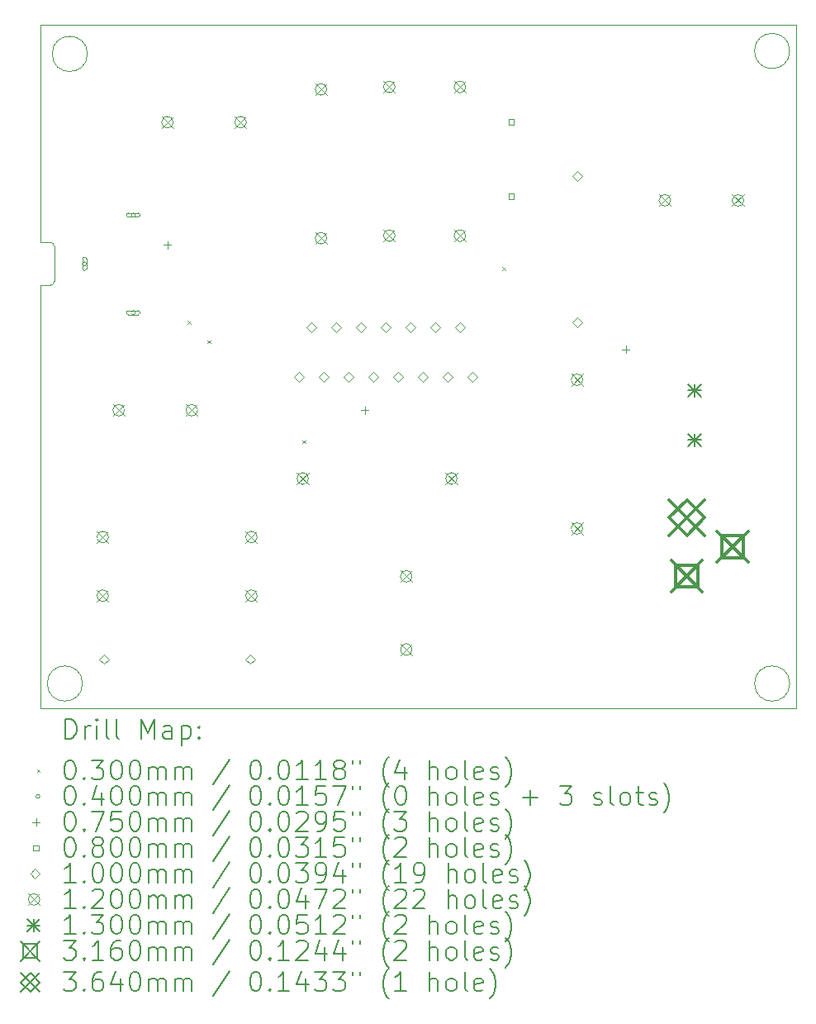
<source format=gbr>
%TF.GenerationSoftware,KiCad,Pcbnew,8.0.2*%
%TF.CreationDate,2024-06-05T21:35:59-04:00*%
%TF.ProjectId,pcb,7063622e-6b69-4636-9164-5f7063625858,rev?*%
%TF.SameCoordinates,Original*%
%TF.FileFunction,Drillmap*%
%TF.FilePolarity,Positive*%
%FSLAX45Y45*%
G04 Gerber Fmt 4.5, Leading zero omitted, Abs format (unit mm)*
G04 Created by KiCad (PCBNEW 8.0.2) date 2024-06-05 21:35:59*
%MOMM*%
%LPD*%
G01*
G04 APERTURE LIST*
%ADD10C,0.050000*%
%ADD11C,0.120000*%
%ADD12C,0.200000*%
%ADD13C,0.100000*%
%ADD14C,0.130000*%
%ADD15C,0.316000*%
%ADD16C,0.364000*%
G04 APERTURE END LIST*
D10*
X16250000Y-5900000D02*
X16250000Y-12900000D01*
X8980278Y-6200000D02*
G75*
G02*
X8619722Y-6200000I-180278J0D01*
G01*
X8619722Y-6200000D02*
G75*
G02*
X8980278Y-6200000I180278J0D01*
G01*
X16180278Y-12650000D02*
G75*
G02*
X15819722Y-12650000I-180278J0D01*
G01*
X15819722Y-12650000D02*
G75*
G02*
X16180278Y-12650000I180278J0D01*
G01*
X8500000Y-12900000D02*
X8500000Y-9000000D01*
X8500000Y-5900000D02*
X16250000Y-5900000D01*
X16250000Y-12900000D02*
X8500000Y-12900000D01*
X16180278Y-6169722D02*
G75*
G02*
X15819722Y-6169722I-180278J0D01*
G01*
X15819722Y-6169722D02*
G75*
G02*
X16180278Y-6169722I180278J0D01*
G01*
X8500000Y-7700000D02*
X8500000Y-5900000D01*
X8930278Y-12650000D02*
G75*
G02*
X8569722Y-12650000I-180278J0D01*
G01*
X8569722Y-12650000D02*
G75*
G02*
X8930278Y-12650000I180278J0D01*
G01*
D11*
X8500000Y-8130000D02*
X8500000Y-7700000D01*
X8500000Y-8570000D02*
X8500000Y-9000000D01*
X8600000Y-8130000D02*
X8500000Y-8130000D01*
X8600000Y-8570000D02*
X8500000Y-8570000D01*
X8640000Y-8530000D02*
X8640000Y-8170000D01*
X8600000Y-8130000D02*
G75*
G02*
X8640000Y-8170000I0J-40000D01*
G01*
X8640000Y-8530000D02*
G75*
G02*
X8600000Y-8570000I-40000J0D01*
G01*
D12*
D13*
X10010000Y-8935000D02*
X10040000Y-8965000D01*
X10040000Y-8935000D02*
X10010000Y-8965000D01*
X10210000Y-9135000D02*
X10240000Y-9165000D01*
X10240000Y-9135000D02*
X10210000Y-9165000D01*
X11185000Y-10160000D02*
X11215000Y-10190000D01*
X11215000Y-10160000D02*
X11185000Y-10190000D01*
X13235000Y-8385000D02*
X13265000Y-8415000D01*
X13265000Y-8385000D02*
X13235000Y-8415000D01*
X8970000Y-8350000D02*
G75*
G02*
X8930000Y-8350000I-20000J0D01*
G01*
X8930000Y-8350000D02*
G75*
G02*
X8970000Y-8350000I20000J0D01*
G01*
X8930000Y-8300000D02*
X8930000Y-8400000D01*
X8970000Y-8400000D02*
G75*
G02*
X8930000Y-8400000I-20000J0D01*
G01*
X8970000Y-8400000D02*
X8970000Y-8300000D01*
X8970000Y-8300000D02*
G75*
G03*
X8930000Y-8300000I-20000J0D01*
G01*
X9470000Y-7850000D02*
G75*
G02*
X9430000Y-7850000I-20000J0D01*
G01*
X9430000Y-7850000D02*
G75*
G02*
X9470000Y-7850000I20000J0D01*
G01*
X9500000Y-7830000D02*
X9400000Y-7830000D01*
X9400000Y-7870000D02*
G75*
G02*
X9400000Y-7830000I0J20000D01*
G01*
X9400000Y-7870000D02*
X9500000Y-7870000D01*
X9500000Y-7870000D02*
G75*
G03*
X9500000Y-7830000I0J20000D01*
G01*
X9470000Y-8850000D02*
G75*
G02*
X9430000Y-8850000I-20000J0D01*
G01*
X9430000Y-8850000D02*
G75*
G02*
X9470000Y-8850000I20000J0D01*
G01*
X9400000Y-8870000D02*
X9500000Y-8870000D01*
X9500000Y-8830000D02*
G75*
G02*
X9500000Y-8870000I0J-20000D01*
G01*
X9500000Y-8830000D02*
X9400000Y-8830000D01*
X9400000Y-8830000D02*
G75*
G03*
X9400000Y-8870000I0J-20000D01*
G01*
X9801276Y-8118775D02*
X9801276Y-8193775D01*
X9763776Y-8156275D02*
X9838776Y-8156275D01*
X11826000Y-9813500D02*
X11826000Y-9888500D01*
X11788500Y-9851000D02*
X11863500Y-9851000D01*
X14500000Y-9187500D02*
X14500000Y-9262500D01*
X14462500Y-9225000D02*
X14537500Y-9225000D01*
X13353284Y-6922284D02*
X13353284Y-6865715D01*
X13296715Y-6865715D01*
X13296715Y-6922284D01*
X13353284Y-6922284D01*
X13353284Y-7684284D02*
X13353284Y-7627715D01*
X13296715Y-7627715D01*
X13296715Y-7684284D01*
X13353284Y-7684284D01*
X9150000Y-12450000D02*
X9200000Y-12400000D01*
X9150000Y-12350000D01*
X9100000Y-12400000D01*
X9150000Y-12450000D01*
X10650000Y-12450000D02*
X10700000Y-12400000D01*
X10650000Y-12350000D01*
X10600000Y-12400000D01*
X10650000Y-12450000D01*
X11153000Y-9558000D02*
X11203000Y-9508000D01*
X11153000Y-9458000D01*
X11103000Y-9508000D01*
X11153000Y-9558000D01*
X11280000Y-9050000D02*
X11330000Y-9000000D01*
X11280000Y-8950000D01*
X11230000Y-9000000D01*
X11280000Y-9050000D01*
X11407000Y-9558000D02*
X11457000Y-9508000D01*
X11407000Y-9458000D01*
X11357000Y-9508000D01*
X11407000Y-9558000D01*
X11534000Y-9050000D02*
X11584000Y-9000000D01*
X11534000Y-8950000D01*
X11484000Y-9000000D01*
X11534000Y-9050000D01*
X11661000Y-9558000D02*
X11711000Y-9508000D01*
X11661000Y-9458000D01*
X11611000Y-9508000D01*
X11661000Y-9558000D01*
X11788000Y-9050000D02*
X11838000Y-9000000D01*
X11788000Y-8950000D01*
X11738000Y-9000000D01*
X11788000Y-9050000D01*
X11915000Y-9558000D02*
X11965000Y-9508000D01*
X11915000Y-9458000D01*
X11865000Y-9508000D01*
X11915000Y-9558000D01*
X12042000Y-9050000D02*
X12092000Y-9000000D01*
X12042000Y-8950000D01*
X11992000Y-9000000D01*
X12042000Y-9050000D01*
X12169000Y-9558000D02*
X12219000Y-9508000D01*
X12169000Y-9458000D01*
X12119000Y-9508000D01*
X12169000Y-9558000D01*
X12296000Y-9050000D02*
X12346000Y-9000000D01*
X12296000Y-8950000D01*
X12246000Y-9000000D01*
X12296000Y-9050000D01*
X12423000Y-9558000D02*
X12473000Y-9508000D01*
X12423000Y-9458000D01*
X12373000Y-9508000D01*
X12423000Y-9558000D01*
X12550000Y-9050000D02*
X12600000Y-9000000D01*
X12550000Y-8950000D01*
X12500000Y-9000000D01*
X12550000Y-9050000D01*
X12677000Y-9558000D02*
X12727000Y-9508000D01*
X12677000Y-9458000D01*
X12627000Y-9508000D01*
X12677000Y-9558000D01*
X12804000Y-9050000D02*
X12854000Y-9000000D01*
X12804000Y-8950000D01*
X12754000Y-9000000D01*
X12804000Y-9050000D01*
X12931000Y-9558000D02*
X12981000Y-9508000D01*
X12931000Y-9458000D01*
X12881000Y-9508000D01*
X12931000Y-9558000D01*
X14000000Y-7500000D02*
X14050000Y-7450000D01*
X14000000Y-7400000D01*
X13950000Y-7450000D01*
X14000000Y-7500000D01*
X14000000Y-9000000D02*
X14050000Y-8950000D01*
X14000000Y-8900000D01*
X13950000Y-8950000D01*
X14000000Y-9000000D01*
D11*
X9078000Y-11090000D02*
X9198000Y-11210000D01*
X9198000Y-11090000D02*
X9078000Y-11210000D01*
X9198000Y-11150000D02*
G75*
G02*
X9078000Y-11150000I-60000J0D01*
G01*
X9078000Y-11150000D02*
G75*
G02*
X9198000Y-11150000I60000J0D01*
G01*
X9078000Y-11690000D02*
X9198000Y-11810000D01*
X9198000Y-11690000D02*
X9078000Y-11810000D01*
X9198000Y-11750000D02*
G75*
G02*
X9078000Y-11750000I-60000J0D01*
G01*
X9078000Y-11750000D02*
G75*
G02*
X9198000Y-11750000I60000J0D01*
G01*
X9241276Y-9790000D02*
X9361276Y-9910000D01*
X9361276Y-9790000D02*
X9241276Y-9910000D01*
X9361276Y-9850000D02*
G75*
G02*
X9241276Y-9850000I-60000J0D01*
G01*
X9241276Y-9850000D02*
G75*
G02*
X9361276Y-9850000I60000J0D01*
G01*
X9741276Y-6840000D02*
X9861276Y-6960000D01*
X9861276Y-6840000D02*
X9741276Y-6960000D01*
X9861276Y-6900000D02*
G75*
G02*
X9741276Y-6900000I-60000J0D01*
G01*
X9741276Y-6900000D02*
G75*
G02*
X9861276Y-6900000I60000J0D01*
G01*
X9991276Y-9790000D02*
X10111276Y-9910000D01*
X10111276Y-9790000D02*
X9991276Y-9910000D01*
X10111276Y-9850000D02*
G75*
G02*
X9991276Y-9850000I-60000J0D01*
G01*
X9991276Y-9850000D02*
G75*
G02*
X10111276Y-9850000I60000J0D01*
G01*
X10491276Y-6840000D02*
X10611276Y-6960000D01*
X10611276Y-6840000D02*
X10491276Y-6960000D01*
X10611276Y-6900000D02*
G75*
G02*
X10491276Y-6900000I-60000J0D01*
G01*
X10491276Y-6900000D02*
G75*
G02*
X10611276Y-6900000I60000J0D01*
G01*
X10602000Y-11090000D02*
X10722000Y-11210000D01*
X10722000Y-11090000D02*
X10602000Y-11210000D01*
X10722000Y-11150000D02*
G75*
G02*
X10602000Y-11150000I-60000J0D01*
G01*
X10602000Y-11150000D02*
G75*
G02*
X10722000Y-11150000I60000J0D01*
G01*
X10602000Y-11690000D02*
X10722000Y-11810000D01*
X10722000Y-11690000D02*
X10602000Y-11810000D01*
X10722000Y-11750000D02*
G75*
G02*
X10602000Y-11750000I-60000J0D01*
G01*
X10602000Y-11750000D02*
G75*
G02*
X10722000Y-11750000I60000J0D01*
G01*
X11128000Y-10490000D02*
X11248000Y-10610000D01*
X11248000Y-10490000D02*
X11128000Y-10610000D01*
X11248000Y-10550000D02*
G75*
G02*
X11128000Y-10550000I-60000J0D01*
G01*
X11128000Y-10550000D02*
G75*
G02*
X11248000Y-10550000I60000J0D01*
G01*
X11315000Y-6503000D02*
X11435000Y-6623000D01*
X11435000Y-6503000D02*
X11315000Y-6623000D01*
X11435000Y-6563000D02*
G75*
G02*
X11315000Y-6563000I-60000J0D01*
G01*
X11315000Y-6563000D02*
G75*
G02*
X11435000Y-6563000I60000J0D01*
G01*
X11315000Y-8027000D02*
X11435000Y-8147000D01*
X11435000Y-8027000D02*
X11315000Y-8147000D01*
X11435000Y-8087000D02*
G75*
G02*
X11315000Y-8087000I-60000J0D01*
G01*
X11315000Y-8087000D02*
G75*
G02*
X11435000Y-8087000I60000J0D01*
G01*
X12015000Y-6478000D02*
X12135000Y-6598000D01*
X12135000Y-6478000D02*
X12015000Y-6598000D01*
X12135000Y-6538000D02*
G75*
G02*
X12015000Y-6538000I-60000J0D01*
G01*
X12015000Y-6538000D02*
G75*
G02*
X12135000Y-6538000I60000J0D01*
G01*
X12015000Y-8002000D02*
X12135000Y-8122000D01*
X12135000Y-8002000D02*
X12015000Y-8122000D01*
X12135000Y-8062000D02*
G75*
G02*
X12015000Y-8062000I-60000J0D01*
G01*
X12015000Y-8062000D02*
G75*
G02*
X12135000Y-8062000I60000J0D01*
G01*
X12190000Y-11491275D02*
X12310000Y-11611275D01*
X12310000Y-11491275D02*
X12190000Y-11611275D01*
X12310000Y-11551275D02*
G75*
G02*
X12190000Y-11551275I-60000J0D01*
G01*
X12190000Y-11551275D02*
G75*
G02*
X12310000Y-11551275I60000J0D01*
G01*
X12190000Y-12241275D02*
X12310000Y-12361275D01*
X12310000Y-12241275D02*
X12190000Y-12361275D01*
X12310000Y-12301275D02*
G75*
G02*
X12190000Y-12301275I-60000J0D01*
G01*
X12190000Y-12301275D02*
G75*
G02*
X12310000Y-12301275I60000J0D01*
G01*
X12652000Y-10490000D02*
X12772000Y-10610000D01*
X12772000Y-10490000D02*
X12652000Y-10610000D01*
X12772000Y-10550000D02*
G75*
G02*
X12652000Y-10550000I-60000J0D01*
G01*
X12652000Y-10550000D02*
G75*
G02*
X12772000Y-10550000I60000J0D01*
G01*
X12740000Y-6478000D02*
X12860000Y-6598000D01*
X12860000Y-6478000D02*
X12740000Y-6598000D01*
X12860000Y-6538000D02*
G75*
G02*
X12740000Y-6538000I-60000J0D01*
G01*
X12740000Y-6538000D02*
G75*
G02*
X12860000Y-6538000I60000J0D01*
G01*
X12740000Y-8002000D02*
X12860000Y-8122000D01*
X12860000Y-8002000D02*
X12740000Y-8122000D01*
X12860000Y-8062000D02*
G75*
G02*
X12740000Y-8062000I-60000J0D01*
G01*
X12740000Y-8062000D02*
G75*
G02*
X12860000Y-8062000I60000J0D01*
G01*
X13940000Y-9478000D02*
X14060000Y-9598000D01*
X14060000Y-9478000D02*
X13940000Y-9598000D01*
X14060000Y-9538000D02*
G75*
G02*
X13940000Y-9538000I-60000J0D01*
G01*
X13940000Y-9538000D02*
G75*
G02*
X14060000Y-9538000I60000J0D01*
G01*
X13940000Y-11002000D02*
X14060000Y-11122000D01*
X14060000Y-11002000D02*
X13940000Y-11122000D01*
X14060000Y-11062000D02*
G75*
G02*
X13940000Y-11062000I-60000J0D01*
G01*
X13940000Y-11062000D02*
G75*
G02*
X14060000Y-11062000I60000J0D01*
G01*
X14840000Y-7640000D02*
X14960000Y-7760000D01*
X14960000Y-7640000D02*
X14840000Y-7760000D01*
X14960000Y-7700000D02*
G75*
G02*
X14840000Y-7700000I-60000J0D01*
G01*
X14840000Y-7700000D02*
G75*
G02*
X14960000Y-7700000I60000J0D01*
G01*
X15590000Y-7640000D02*
X15710000Y-7760000D01*
X15710000Y-7640000D02*
X15590000Y-7760000D01*
X15710000Y-7700000D02*
G75*
G02*
X15590000Y-7700000I-60000J0D01*
G01*
X15590000Y-7700000D02*
G75*
G02*
X15710000Y-7700000I60000J0D01*
G01*
D14*
X15140500Y-9581500D02*
X15270500Y-9711500D01*
X15270500Y-9581500D02*
X15140500Y-9711500D01*
X15205500Y-9581500D02*
X15205500Y-9711500D01*
X15140500Y-9646500D02*
X15270500Y-9646500D01*
X15140500Y-10089500D02*
X15270500Y-10219500D01*
X15270500Y-10089500D02*
X15140500Y-10219500D01*
X15205500Y-10089500D02*
X15205500Y-10219500D01*
X15140500Y-10154500D02*
X15270500Y-10154500D01*
D15*
X14967000Y-11392000D02*
X15283000Y-11708000D01*
X15283000Y-11392000D02*
X14967000Y-11708000D01*
X15236724Y-11661724D02*
X15236724Y-11438276D01*
X15013276Y-11438276D01*
X15013276Y-11661724D01*
X15236724Y-11661724D01*
X15437000Y-11092000D02*
X15753000Y-11408000D01*
X15753000Y-11092000D02*
X15437000Y-11408000D01*
X15706724Y-11361724D02*
X15706724Y-11138276D01*
X15483276Y-11138276D01*
X15483276Y-11361724D01*
X15706724Y-11361724D01*
D16*
X14943000Y-10768000D02*
X15307000Y-11132000D01*
X15307000Y-10768000D02*
X14943000Y-11132000D01*
X15125000Y-11132000D02*
X15307000Y-10950000D01*
X15125000Y-10768000D01*
X14943000Y-10950000D01*
X15125000Y-11132000D01*
D12*
X8754777Y-13213984D02*
X8754777Y-13013984D01*
X8754777Y-13013984D02*
X8802396Y-13013984D01*
X8802396Y-13013984D02*
X8830967Y-13023508D01*
X8830967Y-13023508D02*
X8850015Y-13042555D01*
X8850015Y-13042555D02*
X8859539Y-13061603D01*
X8859539Y-13061603D02*
X8869063Y-13099698D01*
X8869063Y-13099698D02*
X8869063Y-13128269D01*
X8869063Y-13128269D02*
X8859539Y-13166365D01*
X8859539Y-13166365D02*
X8850015Y-13185412D01*
X8850015Y-13185412D02*
X8830967Y-13204460D01*
X8830967Y-13204460D02*
X8802396Y-13213984D01*
X8802396Y-13213984D02*
X8754777Y-13213984D01*
X8954777Y-13213984D02*
X8954777Y-13080650D01*
X8954777Y-13118746D02*
X8964301Y-13099698D01*
X8964301Y-13099698D02*
X8973824Y-13090174D01*
X8973824Y-13090174D02*
X8992872Y-13080650D01*
X8992872Y-13080650D02*
X9011920Y-13080650D01*
X9078586Y-13213984D02*
X9078586Y-13080650D01*
X9078586Y-13013984D02*
X9069063Y-13023508D01*
X9069063Y-13023508D02*
X9078586Y-13033031D01*
X9078586Y-13033031D02*
X9088110Y-13023508D01*
X9088110Y-13023508D02*
X9078586Y-13013984D01*
X9078586Y-13013984D02*
X9078586Y-13033031D01*
X9202396Y-13213984D02*
X9183348Y-13204460D01*
X9183348Y-13204460D02*
X9173824Y-13185412D01*
X9173824Y-13185412D02*
X9173824Y-13013984D01*
X9307158Y-13213984D02*
X9288110Y-13204460D01*
X9288110Y-13204460D02*
X9278586Y-13185412D01*
X9278586Y-13185412D02*
X9278586Y-13013984D01*
X9535729Y-13213984D02*
X9535729Y-13013984D01*
X9535729Y-13013984D02*
X9602396Y-13156841D01*
X9602396Y-13156841D02*
X9669063Y-13013984D01*
X9669063Y-13013984D02*
X9669063Y-13213984D01*
X9850015Y-13213984D02*
X9850015Y-13109222D01*
X9850015Y-13109222D02*
X9840491Y-13090174D01*
X9840491Y-13090174D02*
X9821444Y-13080650D01*
X9821444Y-13080650D02*
X9783348Y-13080650D01*
X9783348Y-13080650D02*
X9764301Y-13090174D01*
X9850015Y-13204460D02*
X9830967Y-13213984D01*
X9830967Y-13213984D02*
X9783348Y-13213984D01*
X9783348Y-13213984D02*
X9764301Y-13204460D01*
X9764301Y-13204460D02*
X9754777Y-13185412D01*
X9754777Y-13185412D02*
X9754777Y-13166365D01*
X9754777Y-13166365D02*
X9764301Y-13147317D01*
X9764301Y-13147317D02*
X9783348Y-13137793D01*
X9783348Y-13137793D02*
X9830967Y-13137793D01*
X9830967Y-13137793D02*
X9850015Y-13128269D01*
X9945253Y-13080650D02*
X9945253Y-13280650D01*
X9945253Y-13090174D02*
X9964301Y-13080650D01*
X9964301Y-13080650D02*
X10002396Y-13080650D01*
X10002396Y-13080650D02*
X10021444Y-13090174D01*
X10021444Y-13090174D02*
X10030967Y-13099698D01*
X10030967Y-13099698D02*
X10040491Y-13118746D01*
X10040491Y-13118746D02*
X10040491Y-13175888D01*
X10040491Y-13175888D02*
X10030967Y-13194936D01*
X10030967Y-13194936D02*
X10021444Y-13204460D01*
X10021444Y-13204460D02*
X10002396Y-13213984D01*
X10002396Y-13213984D02*
X9964301Y-13213984D01*
X9964301Y-13213984D02*
X9945253Y-13204460D01*
X10126205Y-13194936D02*
X10135729Y-13204460D01*
X10135729Y-13204460D02*
X10126205Y-13213984D01*
X10126205Y-13213984D02*
X10116682Y-13204460D01*
X10116682Y-13204460D02*
X10126205Y-13194936D01*
X10126205Y-13194936D02*
X10126205Y-13213984D01*
X10126205Y-13090174D02*
X10135729Y-13099698D01*
X10135729Y-13099698D02*
X10126205Y-13109222D01*
X10126205Y-13109222D02*
X10116682Y-13099698D01*
X10116682Y-13099698D02*
X10126205Y-13090174D01*
X10126205Y-13090174D02*
X10126205Y-13109222D01*
D13*
X8464000Y-13527500D02*
X8494000Y-13557500D01*
X8494000Y-13527500D02*
X8464000Y-13557500D01*
D12*
X8792872Y-13433984D02*
X8811920Y-13433984D01*
X8811920Y-13433984D02*
X8830967Y-13443508D01*
X8830967Y-13443508D02*
X8840491Y-13453031D01*
X8840491Y-13453031D02*
X8850015Y-13472079D01*
X8850015Y-13472079D02*
X8859539Y-13510174D01*
X8859539Y-13510174D02*
X8859539Y-13557793D01*
X8859539Y-13557793D02*
X8850015Y-13595888D01*
X8850015Y-13595888D02*
X8840491Y-13614936D01*
X8840491Y-13614936D02*
X8830967Y-13624460D01*
X8830967Y-13624460D02*
X8811920Y-13633984D01*
X8811920Y-13633984D02*
X8792872Y-13633984D01*
X8792872Y-13633984D02*
X8773824Y-13624460D01*
X8773824Y-13624460D02*
X8764301Y-13614936D01*
X8764301Y-13614936D02*
X8754777Y-13595888D01*
X8754777Y-13595888D02*
X8745253Y-13557793D01*
X8745253Y-13557793D02*
X8745253Y-13510174D01*
X8745253Y-13510174D02*
X8754777Y-13472079D01*
X8754777Y-13472079D02*
X8764301Y-13453031D01*
X8764301Y-13453031D02*
X8773824Y-13443508D01*
X8773824Y-13443508D02*
X8792872Y-13433984D01*
X8945253Y-13614936D02*
X8954777Y-13624460D01*
X8954777Y-13624460D02*
X8945253Y-13633984D01*
X8945253Y-13633984D02*
X8935729Y-13624460D01*
X8935729Y-13624460D02*
X8945253Y-13614936D01*
X8945253Y-13614936D02*
X8945253Y-13633984D01*
X9021444Y-13433984D02*
X9145253Y-13433984D01*
X9145253Y-13433984D02*
X9078586Y-13510174D01*
X9078586Y-13510174D02*
X9107158Y-13510174D01*
X9107158Y-13510174D02*
X9126205Y-13519698D01*
X9126205Y-13519698D02*
X9135729Y-13529222D01*
X9135729Y-13529222D02*
X9145253Y-13548269D01*
X9145253Y-13548269D02*
X9145253Y-13595888D01*
X9145253Y-13595888D02*
X9135729Y-13614936D01*
X9135729Y-13614936D02*
X9126205Y-13624460D01*
X9126205Y-13624460D02*
X9107158Y-13633984D01*
X9107158Y-13633984D02*
X9050015Y-13633984D01*
X9050015Y-13633984D02*
X9030967Y-13624460D01*
X9030967Y-13624460D02*
X9021444Y-13614936D01*
X9269063Y-13433984D02*
X9288110Y-13433984D01*
X9288110Y-13433984D02*
X9307158Y-13443508D01*
X9307158Y-13443508D02*
X9316682Y-13453031D01*
X9316682Y-13453031D02*
X9326205Y-13472079D01*
X9326205Y-13472079D02*
X9335729Y-13510174D01*
X9335729Y-13510174D02*
X9335729Y-13557793D01*
X9335729Y-13557793D02*
X9326205Y-13595888D01*
X9326205Y-13595888D02*
X9316682Y-13614936D01*
X9316682Y-13614936D02*
X9307158Y-13624460D01*
X9307158Y-13624460D02*
X9288110Y-13633984D01*
X9288110Y-13633984D02*
X9269063Y-13633984D01*
X9269063Y-13633984D02*
X9250015Y-13624460D01*
X9250015Y-13624460D02*
X9240491Y-13614936D01*
X9240491Y-13614936D02*
X9230967Y-13595888D01*
X9230967Y-13595888D02*
X9221444Y-13557793D01*
X9221444Y-13557793D02*
X9221444Y-13510174D01*
X9221444Y-13510174D02*
X9230967Y-13472079D01*
X9230967Y-13472079D02*
X9240491Y-13453031D01*
X9240491Y-13453031D02*
X9250015Y-13443508D01*
X9250015Y-13443508D02*
X9269063Y-13433984D01*
X9459539Y-13433984D02*
X9478586Y-13433984D01*
X9478586Y-13433984D02*
X9497634Y-13443508D01*
X9497634Y-13443508D02*
X9507158Y-13453031D01*
X9507158Y-13453031D02*
X9516682Y-13472079D01*
X9516682Y-13472079D02*
X9526205Y-13510174D01*
X9526205Y-13510174D02*
X9526205Y-13557793D01*
X9526205Y-13557793D02*
X9516682Y-13595888D01*
X9516682Y-13595888D02*
X9507158Y-13614936D01*
X9507158Y-13614936D02*
X9497634Y-13624460D01*
X9497634Y-13624460D02*
X9478586Y-13633984D01*
X9478586Y-13633984D02*
X9459539Y-13633984D01*
X9459539Y-13633984D02*
X9440491Y-13624460D01*
X9440491Y-13624460D02*
X9430967Y-13614936D01*
X9430967Y-13614936D02*
X9421444Y-13595888D01*
X9421444Y-13595888D02*
X9411920Y-13557793D01*
X9411920Y-13557793D02*
X9411920Y-13510174D01*
X9411920Y-13510174D02*
X9421444Y-13472079D01*
X9421444Y-13472079D02*
X9430967Y-13453031D01*
X9430967Y-13453031D02*
X9440491Y-13443508D01*
X9440491Y-13443508D02*
X9459539Y-13433984D01*
X9611920Y-13633984D02*
X9611920Y-13500650D01*
X9611920Y-13519698D02*
X9621444Y-13510174D01*
X9621444Y-13510174D02*
X9640491Y-13500650D01*
X9640491Y-13500650D02*
X9669063Y-13500650D01*
X9669063Y-13500650D02*
X9688110Y-13510174D01*
X9688110Y-13510174D02*
X9697634Y-13529222D01*
X9697634Y-13529222D02*
X9697634Y-13633984D01*
X9697634Y-13529222D02*
X9707158Y-13510174D01*
X9707158Y-13510174D02*
X9726205Y-13500650D01*
X9726205Y-13500650D02*
X9754777Y-13500650D01*
X9754777Y-13500650D02*
X9773825Y-13510174D01*
X9773825Y-13510174D02*
X9783348Y-13529222D01*
X9783348Y-13529222D02*
X9783348Y-13633984D01*
X9878586Y-13633984D02*
X9878586Y-13500650D01*
X9878586Y-13519698D02*
X9888110Y-13510174D01*
X9888110Y-13510174D02*
X9907158Y-13500650D01*
X9907158Y-13500650D02*
X9935729Y-13500650D01*
X9935729Y-13500650D02*
X9954777Y-13510174D01*
X9954777Y-13510174D02*
X9964301Y-13529222D01*
X9964301Y-13529222D02*
X9964301Y-13633984D01*
X9964301Y-13529222D02*
X9973825Y-13510174D01*
X9973825Y-13510174D02*
X9992872Y-13500650D01*
X9992872Y-13500650D02*
X10021444Y-13500650D01*
X10021444Y-13500650D02*
X10040491Y-13510174D01*
X10040491Y-13510174D02*
X10050015Y-13529222D01*
X10050015Y-13529222D02*
X10050015Y-13633984D01*
X10440491Y-13424460D02*
X10269063Y-13681603D01*
X10697634Y-13433984D02*
X10716682Y-13433984D01*
X10716682Y-13433984D02*
X10735729Y-13443508D01*
X10735729Y-13443508D02*
X10745253Y-13453031D01*
X10745253Y-13453031D02*
X10754777Y-13472079D01*
X10754777Y-13472079D02*
X10764301Y-13510174D01*
X10764301Y-13510174D02*
X10764301Y-13557793D01*
X10764301Y-13557793D02*
X10754777Y-13595888D01*
X10754777Y-13595888D02*
X10745253Y-13614936D01*
X10745253Y-13614936D02*
X10735729Y-13624460D01*
X10735729Y-13624460D02*
X10716682Y-13633984D01*
X10716682Y-13633984D02*
X10697634Y-13633984D01*
X10697634Y-13633984D02*
X10678587Y-13624460D01*
X10678587Y-13624460D02*
X10669063Y-13614936D01*
X10669063Y-13614936D02*
X10659539Y-13595888D01*
X10659539Y-13595888D02*
X10650015Y-13557793D01*
X10650015Y-13557793D02*
X10650015Y-13510174D01*
X10650015Y-13510174D02*
X10659539Y-13472079D01*
X10659539Y-13472079D02*
X10669063Y-13453031D01*
X10669063Y-13453031D02*
X10678587Y-13443508D01*
X10678587Y-13443508D02*
X10697634Y-13433984D01*
X10850015Y-13614936D02*
X10859539Y-13624460D01*
X10859539Y-13624460D02*
X10850015Y-13633984D01*
X10850015Y-13633984D02*
X10840491Y-13624460D01*
X10840491Y-13624460D02*
X10850015Y-13614936D01*
X10850015Y-13614936D02*
X10850015Y-13633984D01*
X10983348Y-13433984D02*
X11002396Y-13433984D01*
X11002396Y-13433984D02*
X11021444Y-13443508D01*
X11021444Y-13443508D02*
X11030968Y-13453031D01*
X11030968Y-13453031D02*
X11040491Y-13472079D01*
X11040491Y-13472079D02*
X11050015Y-13510174D01*
X11050015Y-13510174D02*
X11050015Y-13557793D01*
X11050015Y-13557793D02*
X11040491Y-13595888D01*
X11040491Y-13595888D02*
X11030968Y-13614936D01*
X11030968Y-13614936D02*
X11021444Y-13624460D01*
X11021444Y-13624460D02*
X11002396Y-13633984D01*
X11002396Y-13633984D02*
X10983348Y-13633984D01*
X10983348Y-13633984D02*
X10964301Y-13624460D01*
X10964301Y-13624460D02*
X10954777Y-13614936D01*
X10954777Y-13614936D02*
X10945253Y-13595888D01*
X10945253Y-13595888D02*
X10935729Y-13557793D01*
X10935729Y-13557793D02*
X10935729Y-13510174D01*
X10935729Y-13510174D02*
X10945253Y-13472079D01*
X10945253Y-13472079D02*
X10954777Y-13453031D01*
X10954777Y-13453031D02*
X10964301Y-13443508D01*
X10964301Y-13443508D02*
X10983348Y-13433984D01*
X11240491Y-13633984D02*
X11126206Y-13633984D01*
X11183348Y-13633984D02*
X11183348Y-13433984D01*
X11183348Y-13433984D02*
X11164301Y-13462555D01*
X11164301Y-13462555D02*
X11145253Y-13481603D01*
X11145253Y-13481603D02*
X11126206Y-13491127D01*
X11430967Y-13633984D02*
X11316682Y-13633984D01*
X11373825Y-13633984D02*
X11373825Y-13433984D01*
X11373825Y-13433984D02*
X11354777Y-13462555D01*
X11354777Y-13462555D02*
X11335729Y-13481603D01*
X11335729Y-13481603D02*
X11316682Y-13491127D01*
X11545253Y-13519698D02*
X11526206Y-13510174D01*
X11526206Y-13510174D02*
X11516682Y-13500650D01*
X11516682Y-13500650D02*
X11507158Y-13481603D01*
X11507158Y-13481603D02*
X11507158Y-13472079D01*
X11507158Y-13472079D02*
X11516682Y-13453031D01*
X11516682Y-13453031D02*
X11526206Y-13443508D01*
X11526206Y-13443508D02*
X11545253Y-13433984D01*
X11545253Y-13433984D02*
X11583348Y-13433984D01*
X11583348Y-13433984D02*
X11602396Y-13443508D01*
X11602396Y-13443508D02*
X11611920Y-13453031D01*
X11611920Y-13453031D02*
X11621444Y-13472079D01*
X11621444Y-13472079D02*
X11621444Y-13481603D01*
X11621444Y-13481603D02*
X11611920Y-13500650D01*
X11611920Y-13500650D02*
X11602396Y-13510174D01*
X11602396Y-13510174D02*
X11583348Y-13519698D01*
X11583348Y-13519698D02*
X11545253Y-13519698D01*
X11545253Y-13519698D02*
X11526206Y-13529222D01*
X11526206Y-13529222D02*
X11516682Y-13538746D01*
X11516682Y-13538746D02*
X11507158Y-13557793D01*
X11507158Y-13557793D02*
X11507158Y-13595888D01*
X11507158Y-13595888D02*
X11516682Y-13614936D01*
X11516682Y-13614936D02*
X11526206Y-13624460D01*
X11526206Y-13624460D02*
X11545253Y-13633984D01*
X11545253Y-13633984D02*
X11583348Y-13633984D01*
X11583348Y-13633984D02*
X11602396Y-13624460D01*
X11602396Y-13624460D02*
X11611920Y-13614936D01*
X11611920Y-13614936D02*
X11621444Y-13595888D01*
X11621444Y-13595888D02*
X11621444Y-13557793D01*
X11621444Y-13557793D02*
X11611920Y-13538746D01*
X11611920Y-13538746D02*
X11602396Y-13529222D01*
X11602396Y-13529222D02*
X11583348Y-13519698D01*
X11697634Y-13433984D02*
X11697634Y-13472079D01*
X11773825Y-13433984D02*
X11773825Y-13472079D01*
X12069063Y-13710174D02*
X12059539Y-13700650D01*
X12059539Y-13700650D02*
X12040491Y-13672079D01*
X12040491Y-13672079D02*
X12030968Y-13653031D01*
X12030968Y-13653031D02*
X12021444Y-13624460D01*
X12021444Y-13624460D02*
X12011920Y-13576841D01*
X12011920Y-13576841D02*
X12011920Y-13538746D01*
X12011920Y-13538746D02*
X12021444Y-13491127D01*
X12021444Y-13491127D02*
X12030968Y-13462555D01*
X12030968Y-13462555D02*
X12040491Y-13443508D01*
X12040491Y-13443508D02*
X12059539Y-13414936D01*
X12059539Y-13414936D02*
X12069063Y-13405412D01*
X12230968Y-13500650D02*
X12230968Y-13633984D01*
X12183348Y-13424460D02*
X12135729Y-13567317D01*
X12135729Y-13567317D02*
X12259539Y-13567317D01*
X12488110Y-13633984D02*
X12488110Y-13433984D01*
X12573825Y-13633984D02*
X12573825Y-13529222D01*
X12573825Y-13529222D02*
X12564301Y-13510174D01*
X12564301Y-13510174D02*
X12545253Y-13500650D01*
X12545253Y-13500650D02*
X12516682Y-13500650D01*
X12516682Y-13500650D02*
X12497634Y-13510174D01*
X12497634Y-13510174D02*
X12488110Y-13519698D01*
X12697634Y-13633984D02*
X12678587Y-13624460D01*
X12678587Y-13624460D02*
X12669063Y-13614936D01*
X12669063Y-13614936D02*
X12659539Y-13595888D01*
X12659539Y-13595888D02*
X12659539Y-13538746D01*
X12659539Y-13538746D02*
X12669063Y-13519698D01*
X12669063Y-13519698D02*
X12678587Y-13510174D01*
X12678587Y-13510174D02*
X12697634Y-13500650D01*
X12697634Y-13500650D02*
X12726206Y-13500650D01*
X12726206Y-13500650D02*
X12745253Y-13510174D01*
X12745253Y-13510174D02*
X12754777Y-13519698D01*
X12754777Y-13519698D02*
X12764301Y-13538746D01*
X12764301Y-13538746D02*
X12764301Y-13595888D01*
X12764301Y-13595888D02*
X12754777Y-13614936D01*
X12754777Y-13614936D02*
X12745253Y-13624460D01*
X12745253Y-13624460D02*
X12726206Y-13633984D01*
X12726206Y-13633984D02*
X12697634Y-13633984D01*
X12878587Y-13633984D02*
X12859539Y-13624460D01*
X12859539Y-13624460D02*
X12850015Y-13605412D01*
X12850015Y-13605412D02*
X12850015Y-13433984D01*
X13030968Y-13624460D02*
X13011920Y-13633984D01*
X13011920Y-13633984D02*
X12973825Y-13633984D01*
X12973825Y-13633984D02*
X12954777Y-13624460D01*
X12954777Y-13624460D02*
X12945253Y-13605412D01*
X12945253Y-13605412D02*
X12945253Y-13529222D01*
X12945253Y-13529222D02*
X12954777Y-13510174D01*
X12954777Y-13510174D02*
X12973825Y-13500650D01*
X12973825Y-13500650D02*
X13011920Y-13500650D01*
X13011920Y-13500650D02*
X13030968Y-13510174D01*
X13030968Y-13510174D02*
X13040491Y-13529222D01*
X13040491Y-13529222D02*
X13040491Y-13548269D01*
X13040491Y-13548269D02*
X12945253Y-13567317D01*
X13116682Y-13624460D02*
X13135730Y-13633984D01*
X13135730Y-13633984D02*
X13173825Y-13633984D01*
X13173825Y-13633984D02*
X13192872Y-13624460D01*
X13192872Y-13624460D02*
X13202396Y-13605412D01*
X13202396Y-13605412D02*
X13202396Y-13595888D01*
X13202396Y-13595888D02*
X13192872Y-13576841D01*
X13192872Y-13576841D02*
X13173825Y-13567317D01*
X13173825Y-13567317D02*
X13145253Y-13567317D01*
X13145253Y-13567317D02*
X13126206Y-13557793D01*
X13126206Y-13557793D02*
X13116682Y-13538746D01*
X13116682Y-13538746D02*
X13116682Y-13529222D01*
X13116682Y-13529222D02*
X13126206Y-13510174D01*
X13126206Y-13510174D02*
X13145253Y-13500650D01*
X13145253Y-13500650D02*
X13173825Y-13500650D01*
X13173825Y-13500650D02*
X13192872Y-13510174D01*
X13269063Y-13710174D02*
X13278587Y-13700650D01*
X13278587Y-13700650D02*
X13297634Y-13672079D01*
X13297634Y-13672079D02*
X13307158Y-13653031D01*
X13307158Y-13653031D02*
X13316682Y-13624460D01*
X13316682Y-13624460D02*
X13326206Y-13576841D01*
X13326206Y-13576841D02*
X13326206Y-13538746D01*
X13326206Y-13538746D02*
X13316682Y-13491127D01*
X13316682Y-13491127D02*
X13307158Y-13462555D01*
X13307158Y-13462555D02*
X13297634Y-13443508D01*
X13297634Y-13443508D02*
X13278587Y-13414936D01*
X13278587Y-13414936D02*
X13269063Y-13405412D01*
D13*
X8494000Y-13806500D02*
G75*
G02*
X8454000Y-13806500I-20000J0D01*
G01*
X8454000Y-13806500D02*
G75*
G02*
X8494000Y-13806500I20000J0D01*
G01*
D12*
X8792872Y-13697984D02*
X8811920Y-13697984D01*
X8811920Y-13697984D02*
X8830967Y-13707508D01*
X8830967Y-13707508D02*
X8840491Y-13717031D01*
X8840491Y-13717031D02*
X8850015Y-13736079D01*
X8850015Y-13736079D02*
X8859539Y-13774174D01*
X8859539Y-13774174D02*
X8859539Y-13821793D01*
X8859539Y-13821793D02*
X8850015Y-13859888D01*
X8850015Y-13859888D02*
X8840491Y-13878936D01*
X8840491Y-13878936D02*
X8830967Y-13888460D01*
X8830967Y-13888460D02*
X8811920Y-13897984D01*
X8811920Y-13897984D02*
X8792872Y-13897984D01*
X8792872Y-13897984D02*
X8773824Y-13888460D01*
X8773824Y-13888460D02*
X8764301Y-13878936D01*
X8764301Y-13878936D02*
X8754777Y-13859888D01*
X8754777Y-13859888D02*
X8745253Y-13821793D01*
X8745253Y-13821793D02*
X8745253Y-13774174D01*
X8745253Y-13774174D02*
X8754777Y-13736079D01*
X8754777Y-13736079D02*
X8764301Y-13717031D01*
X8764301Y-13717031D02*
X8773824Y-13707508D01*
X8773824Y-13707508D02*
X8792872Y-13697984D01*
X8945253Y-13878936D02*
X8954777Y-13888460D01*
X8954777Y-13888460D02*
X8945253Y-13897984D01*
X8945253Y-13897984D02*
X8935729Y-13888460D01*
X8935729Y-13888460D02*
X8945253Y-13878936D01*
X8945253Y-13878936D02*
X8945253Y-13897984D01*
X9126205Y-13764650D02*
X9126205Y-13897984D01*
X9078586Y-13688460D02*
X9030967Y-13831317D01*
X9030967Y-13831317D02*
X9154777Y-13831317D01*
X9269063Y-13697984D02*
X9288110Y-13697984D01*
X9288110Y-13697984D02*
X9307158Y-13707508D01*
X9307158Y-13707508D02*
X9316682Y-13717031D01*
X9316682Y-13717031D02*
X9326205Y-13736079D01*
X9326205Y-13736079D02*
X9335729Y-13774174D01*
X9335729Y-13774174D02*
X9335729Y-13821793D01*
X9335729Y-13821793D02*
X9326205Y-13859888D01*
X9326205Y-13859888D02*
X9316682Y-13878936D01*
X9316682Y-13878936D02*
X9307158Y-13888460D01*
X9307158Y-13888460D02*
X9288110Y-13897984D01*
X9288110Y-13897984D02*
X9269063Y-13897984D01*
X9269063Y-13897984D02*
X9250015Y-13888460D01*
X9250015Y-13888460D02*
X9240491Y-13878936D01*
X9240491Y-13878936D02*
X9230967Y-13859888D01*
X9230967Y-13859888D02*
X9221444Y-13821793D01*
X9221444Y-13821793D02*
X9221444Y-13774174D01*
X9221444Y-13774174D02*
X9230967Y-13736079D01*
X9230967Y-13736079D02*
X9240491Y-13717031D01*
X9240491Y-13717031D02*
X9250015Y-13707508D01*
X9250015Y-13707508D02*
X9269063Y-13697984D01*
X9459539Y-13697984D02*
X9478586Y-13697984D01*
X9478586Y-13697984D02*
X9497634Y-13707508D01*
X9497634Y-13707508D02*
X9507158Y-13717031D01*
X9507158Y-13717031D02*
X9516682Y-13736079D01*
X9516682Y-13736079D02*
X9526205Y-13774174D01*
X9526205Y-13774174D02*
X9526205Y-13821793D01*
X9526205Y-13821793D02*
X9516682Y-13859888D01*
X9516682Y-13859888D02*
X9507158Y-13878936D01*
X9507158Y-13878936D02*
X9497634Y-13888460D01*
X9497634Y-13888460D02*
X9478586Y-13897984D01*
X9478586Y-13897984D02*
X9459539Y-13897984D01*
X9459539Y-13897984D02*
X9440491Y-13888460D01*
X9440491Y-13888460D02*
X9430967Y-13878936D01*
X9430967Y-13878936D02*
X9421444Y-13859888D01*
X9421444Y-13859888D02*
X9411920Y-13821793D01*
X9411920Y-13821793D02*
X9411920Y-13774174D01*
X9411920Y-13774174D02*
X9421444Y-13736079D01*
X9421444Y-13736079D02*
X9430967Y-13717031D01*
X9430967Y-13717031D02*
X9440491Y-13707508D01*
X9440491Y-13707508D02*
X9459539Y-13697984D01*
X9611920Y-13897984D02*
X9611920Y-13764650D01*
X9611920Y-13783698D02*
X9621444Y-13774174D01*
X9621444Y-13774174D02*
X9640491Y-13764650D01*
X9640491Y-13764650D02*
X9669063Y-13764650D01*
X9669063Y-13764650D02*
X9688110Y-13774174D01*
X9688110Y-13774174D02*
X9697634Y-13793222D01*
X9697634Y-13793222D02*
X9697634Y-13897984D01*
X9697634Y-13793222D02*
X9707158Y-13774174D01*
X9707158Y-13774174D02*
X9726205Y-13764650D01*
X9726205Y-13764650D02*
X9754777Y-13764650D01*
X9754777Y-13764650D02*
X9773825Y-13774174D01*
X9773825Y-13774174D02*
X9783348Y-13793222D01*
X9783348Y-13793222D02*
X9783348Y-13897984D01*
X9878586Y-13897984D02*
X9878586Y-13764650D01*
X9878586Y-13783698D02*
X9888110Y-13774174D01*
X9888110Y-13774174D02*
X9907158Y-13764650D01*
X9907158Y-13764650D02*
X9935729Y-13764650D01*
X9935729Y-13764650D02*
X9954777Y-13774174D01*
X9954777Y-13774174D02*
X9964301Y-13793222D01*
X9964301Y-13793222D02*
X9964301Y-13897984D01*
X9964301Y-13793222D02*
X9973825Y-13774174D01*
X9973825Y-13774174D02*
X9992872Y-13764650D01*
X9992872Y-13764650D02*
X10021444Y-13764650D01*
X10021444Y-13764650D02*
X10040491Y-13774174D01*
X10040491Y-13774174D02*
X10050015Y-13793222D01*
X10050015Y-13793222D02*
X10050015Y-13897984D01*
X10440491Y-13688460D02*
X10269063Y-13945603D01*
X10697634Y-13697984D02*
X10716682Y-13697984D01*
X10716682Y-13697984D02*
X10735729Y-13707508D01*
X10735729Y-13707508D02*
X10745253Y-13717031D01*
X10745253Y-13717031D02*
X10754777Y-13736079D01*
X10754777Y-13736079D02*
X10764301Y-13774174D01*
X10764301Y-13774174D02*
X10764301Y-13821793D01*
X10764301Y-13821793D02*
X10754777Y-13859888D01*
X10754777Y-13859888D02*
X10745253Y-13878936D01*
X10745253Y-13878936D02*
X10735729Y-13888460D01*
X10735729Y-13888460D02*
X10716682Y-13897984D01*
X10716682Y-13897984D02*
X10697634Y-13897984D01*
X10697634Y-13897984D02*
X10678587Y-13888460D01*
X10678587Y-13888460D02*
X10669063Y-13878936D01*
X10669063Y-13878936D02*
X10659539Y-13859888D01*
X10659539Y-13859888D02*
X10650015Y-13821793D01*
X10650015Y-13821793D02*
X10650015Y-13774174D01*
X10650015Y-13774174D02*
X10659539Y-13736079D01*
X10659539Y-13736079D02*
X10669063Y-13717031D01*
X10669063Y-13717031D02*
X10678587Y-13707508D01*
X10678587Y-13707508D02*
X10697634Y-13697984D01*
X10850015Y-13878936D02*
X10859539Y-13888460D01*
X10859539Y-13888460D02*
X10850015Y-13897984D01*
X10850015Y-13897984D02*
X10840491Y-13888460D01*
X10840491Y-13888460D02*
X10850015Y-13878936D01*
X10850015Y-13878936D02*
X10850015Y-13897984D01*
X10983348Y-13697984D02*
X11002396Y-13697984D01*
X11002396Y-13697984D02*
X11021444Y-13707508D01*
X11021444Y-13707508D02*
X11030968Y-13717031D01*
X11030968Y-13717031D02*
X11040491Y-13736079D01*
X11040491Y-13736079D02*
X11050015Y-13774174D01*
X11050015Y-13774174D02*
X11050015Y-13821793D01*
X11050015Y-13821793D02*
X11040491Y-13859888D01*
X11040491Y-13859888D02*
X11030968Y-13878936D01*
X11030968Y-13878936D02*
X11021444Y-13888460D01*
X11021444Y-13888460D02*
X11002396Y-13897984D01*
X11002396Y-13897984D02*
X10983348Y-13897984D01*
X10983348Y-13897984D02*
X10964301Y-13888460D01*
X10964301Y-13888460D02*
X10954777Y-13878936D01*
X10954777Y-13878936D02*
X10945253Y-13859888D01*
X10945253Y-13859888D02*
X10935729Y-13821793D01*
X10935729Y-13821793D02*
X10935729Y-13774174D01*
X10935729Y-13774174D02*
X10945253Y-13736079D01*
X10945253Y-13736079D02*
X10954777Y-13717031D01*
X10954777Y-13717031D02*
X10964301Y-13707508D01*
X10964301Y-13707508D02*
X10983348Y-13697984D01*
X11240491Y-13897984D02*
X11126206Y-13897984D01*
X11183348Y-13897984D02*
X11183348Y-13697984D01*
X11183348Y-13697984D02*
X11164301Y-13726555D01*
X11164301Y-13726555D02*
X11145253Y-13745603D01*
X11145253Y-13745603D02*
X11126206Y-13755127D01*
X11421444Y-13697984D02*
X11326206Y-13697984D01*
X11326206Y-13697984D02*
X11316682Y-13793222D01*
X11316682Y-13793222D02*
X11326206Y-13783698D01*
X11326206Y-13783698D02*
X11345253Y-13774174D01*
X11345253Y-13774174D02*
X11392872Y-13774174D01*
X11392872Y-13774174D02*
X11411920Y-13783698D01*
X11411920Y-13783698D02*
X11421444Y-13793222D01*
X11421444Y-13793222D02*
X11430967Y-13812269D01*
X11430967Y-13812269D02*
X11430967Y-13859888D01*
X11430967Y-13859888D02*
X11421444Y-13878936D01*
X11421444Y-13878936D02*
X11411920Y-13888460D01*
X11411920Y-13888460D02*
X11392872Y-13897984D01*
X11392872Y-13897984D02*
X11345253Y-13897984D01*
X11345253Y-13897984D02*
X11326206Y-13888460D01*
X11326206Y-13888460D02*
X11316682Y-13878936D01*
X11497634Y-13697984D02*
X11630967Y-13697984D01*
X11630967Y-13697984D02*
X11545253Y-13897984D01*
X11697634Y-13697984D02*
X11697634Y-13736079D01*
X11773825Y-13697984D02*
X11773825Y-13736079D01*
X12069063Y-13974174D02*
X12059539Y-13964650D01*
X12059539Y-13964650D02*
X12040491Y-13936079D01*
X12040491Y-13936079D02*
X12030968Y-13917031D01*
X12030968Y-13917031D02*
X12021444Y-13888460D01*
X12021444Y-13888460D02*
X12011920Y-13840841D01*
X12011920Y-13840841D02*
X12011920Y-13802746D01*
X12011920Y-13802746D02*
X12021444Y-13755127D01*
X12021444Y-13755127D02*
X12030968Y-13726555D01*
X12030968Y-13726555D02*
X12040491Y-13707508D01*
X12040491Y-13707508D02*
X12059539Y-13678936D01*
X12059539Y-13678936D02*
X12069063Y-13669412D01*
X12183348Y-13697984D02*
X12202396Y-13697984D01*
X12202396Y-13697984D02*
X12221444Y-13707508D01*
X12221444Y-13707508D02*
X12230968Y-13717031D01*
X12230968Y-13717031D02*
X12240491Y-13736079D01*
X12240491Y-13736079D02*
X12250015Y-13774174D01*
X12250015Y-13774174D02*
X12250015Y-13821793D01*
X12250015Y-13821793D02*
X12240491Y-13859888D01*
X12240491Y-13859888D02*
X12230968Y-13878936D01*
X12230968Y-13878936D02*
X12221444Y-13888460D01*
X12221444Y-13888460D02*
X12202396Y-13897984D01*
X12202396Y-13897984D02*
X12183348Y-13897984D01*
X12183348Y-13897984D02*
X12164301Y-13888460D01*
X12164301Y-13888460D02*
X12154777Y-13878936D01*
X12154777Y-13878936D02*
X12145253Y-13859888D01*
X12145253Y-13859888D02*
X12135729Y-13821793D01*
X12135729Y-13821793D02*
X12135729Y-13774174D01*
X12135729Y-13774174D02*
X12145253Y-13736079D01*
X12145253Y-13736079D02*
X12154777Y-13717031D01*
X12154777Y-13717031D02*
X12164301Y-13707508D01*
X12164301Y-13707508D02*
X12183348Y-13697984D01*
X12488110Y-13897984D02*
X12488110Y-13697984D01*
X12573825Y-13897984D02*
X12573825Y-13793222D01*
X12573825Y-13793222D02*
X12564301Y-13774174D01*
X12564301Y-13774174D02*
X12545253Y-13764650D01*
X12545253Y-13764650D02*
X12516682Y-13764650D01*
X12516682Y-13764650D02*
X12497634Y-13774174D01*
X12497634Y-13774174D02*
X12488110Y-13783698D01*
X12697634Y-13897984D02*
X12678587Y-13888460D01*
X12678587Y-13888460D02*
X12669063Y-13878936D01*
X12669063Y-13878936D02*
X12659539Y-13859888D01*
X12659539Y-13859888D02*
X12659539Y-13802746D01*
X12659539Y-13802746D02*
X12669063Y-13783698D01*
X12669063Y-13783698D02*
X12678587Y-13774174D01*
X12678587Y-13774174D02*
X12697634Y-13764650D01*
X12697634Y-13764650D02*
X12726206Y-13764650D01*
X12726206Y-13764650D02*
X12745253Y-13774174D01*
X12745253Y-13774174D02*
X12754777Y-13783698D01*
X12754777Y-13783698D02*
X12764301Y-13802746D01*
X12764301Y-13802746D02*
X12764301Y-13859888D01*
X12764301Y-13859888D02*
X12754777Y-13878936D01*
X12754777Y-13878936D02*
X12745253Y-13888460D01*
X12745253Y-13888460D02*
X12726206Y-13897984D01*
X12726206Y-13897984D02*
X12697634Y-13897984D01*
X12878587Y-13897984D02*
X12859539Y-13888460D01*
X12859539Y-13888460D02*
X12850015Y-13869412D01*
X12850015Y-13869412D02*
X12850015Y-13697984D01*
X13030968Y-13888460D02*
X13011920Y-13897984D01*
X13011920Y-13897984D02*
X12973825Y-13897984D01*
X12973825Y-13897984D02*
X12954777Y-13888460D01*
X12954777Y-13888460D02*
X12945253Y-13869412D01*
X12945253Y-13869412D02*
X12945253Y-13793222D01*
X12945253Y-13793222D02*
X12954777Y-13774174D01*
X12954777Y-13774174D02*
X12973825Y-13764650D01*
X12973825Y-13764650D02*
X13011920Y-13764650D01*
X13011920Y-13764650D02*
X13030968Y-13774174D01*
X13030968Y-13774174D02*
X13040491Y-13793222D01*
X13040491Y-13793222D02*
X13040491Y-13812269D01*
X13040491Y-13812269D02*
X12945253Y-13831317D01*
X13116682Y-13888460D02*
X13135730Y-13897984D01*
X13135730Y-13897984D02*
X13173825Y-13897984D01*
X13173825Y-13897984D02*
X13192872Y-13888460D01*
X13192872Y-13888460D02*
X13202396Y-13869412D01*
X13202396Y-13869412D02*
X13202396Y-13859888D01*
X13202396Y-13859888D02*
X13192872Y-13840841D01*
X13192872Y-13840841D02*
X13173825Y-13831317D01*
X13173825Y-13831317D02*
X13145253Y-13831317D01*
X13145253Y-13831317D02*
X13126206Y-13821793D01*
X13126206Y-13821793D02*
X13116682Y-13802746D01*
X13116682Y-13802746D02*
X13116682Y-13793222D01*
X13116682Y-13793222D02*
X13126206Y-13774174D01*
X13126206Y-13774174D02*
X13145253Y-13764650D01*
X13145253Y-13764650D02*
X13173825Y-13764650D01*
X13173825Y-13764650D02*
X13192872Y-13774174D01*
X13440492Y-13821793D02*
X13592873Y-13821793D01*
X13516682Y-13897984D02*
X13516682Y-13745603D01*
X13821444Y-13697984D02*
X13945253Y-13697984D01*
X13945253Y-13697984D02*
X13878587Y-13774174D01*
X13878587Y-13774174D02*
X13907158Y-13774174D01*
X13907158Y-13774174D02*
X13926206Y-13783698D01*
X13926206Y-13783698D02*
X13935730Y-13793222D01*
X13935730Y-13793222D02*
X13945253Y-13812269D01*
X13945253Y-13812269D02*
X13945253Y-13859888D01*
X13945253Y-13859888D02*
X13935730Y-13878936D01*
X13935730Y-13878936D02*
X13926206Y-13888460D01*
X13926206Y-13888460D02*
X13907158Y-13897984D01*
X13907158Y-13897984D02*
X13850015Y-13897984D01*
X13850015Y-13897984D02*
X13830968Y-13888460D01*
X13830968Y-13888460D02*
X13821444Y-13878936D01*
X14173825Y-13888460D02*
X14192873Y-13897984D01*
X14192873Y-13897984D02*
X14230968Y-13897984D01*
X14230968Y-13897984D02*
X14250015Y-13888460D01*
X14250015Y-13888460D02*
X14259539Y-13869412D01*
X14259539Y-13869412D02*
X14259539Y-13859888D01*
X14259539Y-13859888D02*
X14250015Y-13840841D01*
X14250015Y-13840841D02*
X14230968Y-13831317D01*
X14230968Y-13831317D02*
X14202396Y-13831317D01*
X14202396Y-13831317D02*
X14183349Y-13821793D01*
X14183349Y-13821793D02*
X14173825Y-13802746D01*
X14173825Y-13802746D02*
X14173825Y-13793222D01*
X14173825Y-13793222D02*
X14183349Y-13774174D01*
X14183349Y-13774174D02*
X14202396Y-13764650D01*
X14202396Y-13764650D02*
X14230968Y-13764650D01*
X14230968Y-13764650D02*
X14250015Y-13774174D01*
X14373825Y-13897984D02*
X14354777Y-13888460D01*
X14354777Y-13888460D02*
X14345254Y-13869412D01*
X14345254Y-13869412D02*
X14345254Y-13697984D01*
X14478587Y-13897984D02*
X14459539Y-13888460D01*
X14459539Y-13888460D02*
X14450015Y-13878936D01*
X14450015Y-13878936D02*
X14440492Y-13859888D01*
X14440492Y-13859888D02*
X14440492Y-13802746D01*
X14440492Y-13802746D02*
X14450015Y-13783698D01*
X14450015Y-13783698D02*
X14459539Y-13774174D01*
X14459539Y-13774174D02*
X14478587Y-13764650D01*
X14478587Y-13764650D02*
X14507158Y-13764650D01*
X14507158Y-13764650D02*
X14526206Y-13774174D01*
X14526206Y-13774174D02*
X14535730Y-13783698D01*
X14535730Y-13783698D02*
X14545254Y-13802746D01*
X14545254Y-13802746D02*
X14545254Y-13859888D01*
X14545254Y-13859888D02*
X14535730Y-13878936D01*
X14535730Y-13878936D02*
X14526206Y-13888460D01*
X14526206Y-13888460D02*
X14507158Y-13897984D01*
X14507158Y-13897984D02*
X14478587Y-13897984D01*
X14602396Y-13764650D02*
X14678587Y-13764650D01*
X14630968Y-13697984D02*
X14630968Y-13869412D01*
X14630968Y-13869412D02*
X14640492Y-13888460D01*
X14640492Y-13888460D02*
X14659539Y-13897984D01*
X14659539Y-13897984D02*
X14678587Y-13897984D01*
X14735730Y-13888460D02*
X14754777Y-13897984D01*
X14754777Y-13897984D02*
X14792873Y-13897984D01*
X14792873Y-13897984D02*
X14811920Y-13888460D01*
X14811920Y-13888460D02*
X14821444Y-13869412D01*
X14821444Y-13869412D02*
X14821444Y-13859888D01*
X14821444Y-13859888D02*
X14811920Y-13840841D01*
X14811920Y-13840841D02*
X14792873Y-13831317D01*
X14792873Y-13831317D02*
X14764301Y-13831317D01*
X14764301Y-13831317D02*
X14745254Y-13821793D01*
X14745254Y-13821793D02*
X14735730Y-13802746D01*
X14735730Y-13802746D02*
X14735730Y-13793222D01*
X14735730Y-13793222D02*
X14745254Y-13774174D01*
X14745254Y-13774174D02*
X14764301Y-13764650D01*
X14764301Y-13764650D02*
X14792873Y-13764650D01*
X14792873Y-13764650D02*
X14811920Y-13774174D01*
X14888111Y-13974174D02*
X14897635Y-13964650D01*
X14897635Y-13964650D02*
X14916682Y-13936079D01*
X14916682Y-13936079D02*
X14926206Y-13917031D01*
X14926206Y-13917031D02*
X14935730Y-13888460D01*
X14935730Y-13888460D02*
X14945254Y-13840841D01*
X14945254Y-13840841D02*
X14945254Y-13802746D01*
X14945254Y-13802746D02*
X14935730Y-13755127D01*
X14935730Y-13755127D02*
X14926206Y-13726555D01*
X14926206Y-13726555D02*
X14916682Y-13707508D01*
X14916682Y-13707508D02*
X14897635Y-13678936D01*
X14897635Y-13678936D02*
X14888111Y-13669412D01*
D13*
X8456500Y-14033000D02*
X8456500Y-14108000D01*
X8419000Y-14070500D02*
X8494000Y-14070500D01*
D12*
X8792872Y-13961984D02*
X8811920Y-13961984D01*
X8811920Y-13961984D02*
X8830967Y-13971508D01*
X8830967Y-13971508D02*
X8840491Y-13981031D01*
X8840491Y-13981031D02*
X8850015Y-14000079D01*
X8850015Y-14000079D02*
X8859539Y-14038174D01*
X8859539Y-14038174D02*
X8859539Y-14085793D01*
X8859539Y-14085793D02*
X8850015Y-14123888D01*
X8850015Y-14123888D02*
X8840491Y-14142936D01*
X8840491Y-14142936D02*
X8830967Y-14152460D01*
X8830967Y-14152460D02*
X8811920Y-14161984D01*
X8811920Y-14161984D02*
X8792872Y-14161984D01*
X8792872Y-14161984D02*
X8773824Y-14152460D01*
X8773824Y-14152460D02*
X8764301Y-14142936D01*
X8764301Y-14142936D02*
X8754777Y-14123888D01*
X8754777Y-14123888D02*
X8745253Y-14085793D01*
X8745253Y-14085793D02*
X8745253Y-14038174D01*
X8745253Y-14038174D02*
X8754777Y-14000079D01*
X8754777Y-14000079D02*
X8764301Y-13981031D01*
X8764301Y-13981031D02*
X8773824Y-13971508D01*
X8773824Y-13971508D02*
X8792872Y-13961984D01*
X8945253Y-14142936D02*
X8954777Y-14152460D01*
X8954777Y-14152460D02*
X8945253Y-14161984D01*
X8945253Y-14161984D02*
X8935729Y-14152460D01*
X8935729Y-14152460D02*
X8945253Y-14142936D01*
X8945253Y-14142936D02*
X8945253Y-14161984D01*
X9021444Y-13961984D02*
X9154777Y-13961984D01*
X9154777Y-13961984D02*
X9069063Y-14161984D01*
X9326205Y-13961984D02*
X9230967Y-13961984D01*
X9230967Y-13961984D02*
X9221444Y-14057222D01*
X9221444Y-14057222D02*
X9230967Y-14047698D01*
X9230967Y-14047698D02*
X9250015Y-14038174D01*
X9250015Y-14038174D02*
X9297634Y-14038174D01*
X9297634Y-14038174D02*
X9316682Y-14047698D01*
X9316682Y-14047698D02*
X9326205Y-14057222D01*
X9326205Y-14057222D02*
X9335729Y-14076269D01*
X9335729Y-14076269D02*
X9335729Y-14123888D01*
X9335729Y-14123888D02*
X9326205Y-14142936D01*
X9326205Y-14142936D02*
X9316682Y-14152460D01*
X9316682Y-14152460D02*
X9297634Y-14161984D01*
X9297634Y-14161984D02*
X9250015Y-14161984D01*
X9250015Y-14161984D02*
X9230967Y-14152460D01*
X9230967Y-14152460D02*
X9221444Y-14142936D01*
X9459539Y-13961984D02*
X9478586Y-13961984D01*
X9478586Y-13961984D02*
X9497634Y-13971508D01*
X9497634Y-13971508D02*
X9507158Y-13981031D01*
X9507158Y-13981031D02*
X9516682Y-14000079D01*
X9516682Y-14000079D02*
X9526205Y-14038174D01*
X9526205Y-14038174D02*
X9526205Y-14085793D01*
X9526205Y-14085793D02*
X9516682Y-14123888D01*
X9516682Y-14123888D02*
X9507158Y-14142936D01*
X9507158Y-14142936D02*
X9497634Y-14152460D01*
X9497634Y-14152460D02*
X9478586Y-14161984D01*
X9478586Y-14161984D02*
X9459539Y-14161984D01*
X9459539Y-14161984D02*
X9440491Y-14152460D01*
X9440491Y-14152460D02*
X9430967Y-14142936D01*
X9430967Y-14142936D02*
X9421444Y-14123888D01*
X9421444Y-14123888D02*
X9411920Y-14085793D01*
X9411920Y-14085793D02*
X9411920Y-14038174D01*
X9411920Y-14038174D02*
X9421444Y-14000079D01*
X9421444Y-14000079D02*
X9430967Y-13981031D01*
X9430967Y-13981031D02*
X9440491Y-13971508D01*
X9440491Y-13971508D02*
X9459539Y-13961984D01*
X9611920Y-14161984D02*
X9611920Y-14028650D01*
X9611920Y-14047698D02*
X9621444Y-14038174D01*
X9621444Y-14038174D02*
X9640491Y-14028650D01*
X9640491Y-14028650D02*
X9669063Y-14028650D01*
X9669063Y-14028650D02*
X9688110Y-14038174D01*
X9688110Y-14038174D02*
X9697634Y-14057222D01*
X9697634Y-14057222D02*
X9697634Y-14161984D01*
X9697634Y-14057222D02*
X9707158Y-14038174D01*
X9707158Y-14038174D02*
X9726205Y-14028650D01*
X9726205Y-14028650D02*
X9754777Y-14028650D01*
X9754777Y-14028650D02*
X9773825Y-14038174D01*
X9773825Y-14038174D02*
X9783348Y-14057222D01*
X9783348Y-14057222D02*
X9783348Y-14161984D01*
X9878586Y-14161984D02*
X9878586Y-14028650D01*
X9878586Y-14047698D02*
X9888110Y-14038174D01*
X9888110Y-14038174D02*
X9907158Y-14028650D01*
X9907158Y-14028650D02*
X9935729Y-14028650D01*
X9935729Y-14028650D02*
X9954777Y-14038174D01*
X9954777Y-14038174D02*
X9964301Y-14057222D01*
X9964301Y-14057222D02*
X9964301Y-14161984D01*
X9964301Y-14057222D02*
X9973825Y-14038174D01*
X9973825Y-14038174D02*
X9992872Y-14028650D01*
X9992872Y-14028650D02*
X10021444Y-14028650D01*
X10021444Y-14028650D02*
X10040491Y-14038174D01*
X10040491Y-14038174D02*
X10050015Y-14057222D01*
X10050015Y-14057222D02*
X10050015Y-14161984D01*
X10440491Y-13952460D02*
X10269063Y-14209603D01*
X10697634Y-13961984D02*
X10716682Y-13961984D01*
X10716682Y-13961984D02*
X10735729Y-13971508D01*
X10735729Y-13971508D02*
X10745253Y-13981031D01*
X10745253Y-13981031D02*
X10754777Y-14000079D01*
X10754777Y-14000079D02*
X10764301Y-14038174D01*
X10764301Y-14038174D02*
X10764301Y-14085793D01*
X10764301Y-14085793D02*
X10754777Y-14123888D01*
X10754777Y-14123888D02*
X10745253Y-14142936D01*
X10745253Y-14142936D02*
X10735729Y-14152460D01*
X10735729Y-14152460D02*
X10716682Y-14161984D01*
X10716682Y-14161984D02*
X10697634Y-14161984D01*
X10697634Y-14161984D02*
X10678587Y-14152460D01*
X10678587Y-14152460D02*
X10669063Y-14142936D01*
X10669063Y-14142936D02*
X10659539Y-14123888D01*
X10659539Y-14123888D02*
X10650015Y-14085793D01*
X10650015Y-14085793D02*
X10650015Y-14038174D01*
X10650015Y-14038174D02*
X10659539Y-14000079D01*
X10659539Y-14000079D02*
X10669063Y-13981031D01*
X10669063Y-13981031D02*
X10678587Y-13971508D01*
X10678587Y-13971508D02*
X10697634Y-13961984D01*
X10850015Y-14142936D02*
X10859539Y-14152460D01*
X10859539Y-14152460D02*
X10850015Y-14161984D01*
X10850015Y-14161984D02*
X10840491Y-14152460D01*
X10840491Y-14152460D02*
X10850015Y-14142936D01*
X10850015Y-14142936D02*
X10850015Y-14161984D01*
X10983348Y-13961984D02*
X11002396Y-13961984D01*
X11002396Y-13961984D02*
X11021444Y-13971508D01*
X11021444Y-13971508D02*
X11030968Y-13981031D01*
X11030968Y-13981031D02*
X11040491Y-14000079D01*
X11040491Y-14000079D02*
X11050015Y-14038174D01*
X11050015Y-14038174D02*
X11050015Y-14085793D01*
X11050015Y-14085793D02*
X11040491Y-14123888D01*
X11040491Y-14123888D02*
X11030968Y-14142936D01*
X11030968Y-14142936D02*
X11021444Y-14152460D01*
X11021444Y-14152460D02*
X11002396Y-14161984D01*
X11002396Y-14161984D02*
X10983348Y-14161984D01*
X10983348Y-14161984D02*
X10964301Y-14152460D01*
X10964301Y-14152460D02*
X10954777Y-14142936D01*
X10954777Y-14142936D02*
X10945253Y-14123888D01*
X10945253Y-14123888D02*
X10935729Y-14085793D01*
X10935729Y-14085793D02*
X10935729Y-14038174D01*
X10935729Y-14038174D02*
X10945253Y-14000079D01*
X10945253Y-14000079D02*
X10954777Y-13981031D01*
X10954777Y-13981031D02*
X10964301Y-13971508D01*
X10964301Y-13971508D02*
X10983348Y-13961984D01*
X11126206Y-13981031D02*
X11135729Y-13971508D01*
X11135729Y-13971508D02*
X11154777Y-13961984D01*
X11154777Y-13961984D02*
X11202396Y-13961984D01*
X11202396Y-13961984D02*
X11221444Y-13971508D01*
X11221444Y-13971508D02*
X11230967Y-13981031D01*
X11230967Y-13981031D02*
X11240491Y-14000079D01*
X11240491Y-14000079D02*
X11240491Y-14019127D01*
X11240491Y-14019127D02*
X11230967Y-14047698D01*
X11230967Y-14047698D02*
X11116682Y-14161984D01*
X11116682Y-14161984D02*
X11240491Y-14161984D01*
X11335729Y-14161984D02*
X11373825Y-14161984D01*
X11373825Y-14161984D02*
X11392872Y-14152460D01*
X11392872Y-14152460D02*
X11402396Y-14142936D01*
X11402396Y-14142936D02*
X11421444Y-14114365D01*
X11421444Y-14114365D02*
X11430967Y-14076269D01*
X11430967Y-14076269D02*
X11430967Y-14000079D01*
X11430967Y-14000079D02*
X11421444Y-13981031D01*
X11421444Y-13981031D02*
X11411920Y-13971508D01*
X11411920Y-13971508D02*
X11392872Y-13961984D01*
X11392872Y-13961984D02*
X11354777Y-13961984D01*
X11354777Y-13961984D02*
X11335729Y-13971508D01*
X11335729Y-13971508D02*
X11326206Y-13981031D01*
X11326206Y-13981031D02*
X11316682Y-14000079D01*
X11316682Y-14000079D02*
X11316682Y-14047698D01*
X11316682Y-14047698D02*
X11326206Y-14066746D01*
X11326206Y-14066746D02*
X11335729Y-14076269D01*
X11335729Y-14076269D02*
X11354777Y-14085793D01*
X11354777Y-14085793D02*
X11392872Y-14085793D01*
X11392872Y-14085793D02*
X11411920Y-14076269D01*
X11411920Y-14076269D02*
X11421444Y-14066746D01*
X11421444Y-14066746D02*
X11430967Y-14047698D01*
X11611920Y-13961984D02*
X11516682Y-13961984D01*
X11516682Y-13961984D02*
X11507158Y-14057222D01*
X11507158Y-14057222D02*
X11516682Y-14047698D01*
X11516682Y-14047698D02*
X11535729Y-14038174D01*
X11535729Y-14038174D02*
X11583348Y-14038174D01*
X11583348Y-14038174D02*
X11602396Y-14047698D01*
X11602396Y-14047698D02*
X11611920Y-14057222D01*
X11611920Y-14057222D02*
X11621444Y-14076269D01*
X11621444Y-14076269D02*
X11621444Y-14123888D01*
X11621444Y-14123888D02*
X11611920Y-14142936D01*
X11611920Y-14142936D02*
X11602396Y-14152460D01*
X11602396Y-14152460D02*
X11583348Y-14161984D01*
X11583348Y-14161984D02*
X11535729Y-14161984D01*
X11535729Y-14161984D02*
X11516682Y-14152460D01*
X11516682Y-14152460D02*
X11507158Y-14142936D01*
X11697634Y-13961984D02*
X11697634Y-14000079D01*
X11773825Y-13961984D02*
X11773825Y-14000079D01*
X12069063Y-14238174D02*
X12059539Y-14228650D01*
X12059539Y-14228650D02*
X12040491Y-14200079D01*
X12040491Y-14200079D02*
X12030968Y-14181031D01*
X12030968Y-14181031D02*
X12021444Y-14152460D01*
X12021444Y-14152460D02*
X12011920Y-14104841D01*
X12011920Y-14104841D02*
X12011920Y-14066746D01*
X12011920Y-14066746D02*
X12021444Y-14019127D01*
X12021444Y-14019127D02*
X12030968Y-13990555D01*
X12030968Y-13990555D02*
X12040491Y-13971508D01*
X12040491Y-13971508D02*
X12059539Y-13942936D01*
X12059539Y-13942936D02*
X12069063Y-13933412D01*
X12126206Y-13961984D02*
X12250015Y-13961984D01*
X12250015Y-13961984D02*
X12183348Y-14038174D01*
X12183348Y-14038174D02*
X12211920Y-14038174D01*
X12211920Y-14038174D02*
X12230968Y-14047698D01*
X12230968Y-14047698D02*
X12240491Y-14057222D01*
X12240491Y-14057222D02*
X12250015Y-14076269D01*
X12250015Y-14076269D02*
X12250015Y-14123888D01*
X12250015Y-14123888D02*
X12240491Y-14142936D01*
X12240491Y-14142936D02*
X12230968Y-14152460D01*
X12230968Y-14152460D02*
X12211920Y-14161984D01*
X12211920Y-14161984D02*
X12154777Y-14161984D01*
X12154777Y-14161984D02*
X12135729Y-14152460D01*
X12135729Y-14152460D02*
X12126206Y-14142936D01*
X12488110Y-14161984D02*
X12488110Y-13961984D01*
X12573825Y-14161984D02*
X12573825Y-14057222D01*
X12573825Y-14057222D02*
X12564301Y-14038174D01*
X12564301Y-14038174D02*
X12545253Y-14028650D01*
X12545253Y-14028650D02*
X12516682Y-14028650D01*
X12516682Y-14028650D02*
X12497634Y-14038174D01*
X12497634Y-14038174D02*
X12488110Y-14047698D01*
X12697634Y-14161984D02*
X12678587Y-14152460D01*
X12678587Y-14152460D02*
X12669063Y-14142936D01*
X12669063Y-14142936D02*
X12659539Y-14123888D01*
X12659539Y-14123888D02*
X12659539Y-14066746D01*
X12659539Y-14066746D02*
X12669063Y-14047698D01*
X12669063Y-14047698D02*
X12678587Y-14038174D01*
X12678587Y-14038174D02*
X12697634Y-14028650D01*
X12697634Y-14028650D02*
X12726206Y-14028650D01*
X12726206Y-14028650D02*
X12745253Y-14038174D01*
X12745253Y-14038174D02*
X12754777Y-14047698D01*
X12754777Y-14047698D02*
X12764301Y-14066746D01*
X12764301Y-14066746D02*
X12764301Y-14123888D01*
X12764301Y-14123888D02*
X12754777Y-14142936D01*
X12754777Y-14142936D02*
X12745253Y-14152460D01*
X12745253Y-14152460D02*
X12726206Y-14161984D01*
X12726206Y-14161984D02*
X12697634Y-14161984D01*
X12878587Y-14161984D02*
X12859539Y-14152460D01*
X12859539Y-14152460D02*
X12850015Y-14133412D01*
X12850015Y-14133412D02*
X12850015Y-13961984D01*
X13030968Y-14152460D02*
X13011920Y-14161984D01*
X13011920Y-14161984D02*
X12973825Y-14161984D01*
X12973825Y-14161984D02*
X12954777Y-14152460D01*
X12954777Y-14152460D02*
X12945253Y-14133412D01*
X12945253Y-14133412D02*
X12945253Y-14057222D01*
X12945253Y-14057222D02*
X12954777Y-14038174D01*
X12954777Y-14038174D02*
X12973825Y-14028650D01*
X12973825Y-14028650D02*
X13011920Y-14028650D01*
X13011920Y-14028650D02*
X13030968Y-14038174D01*
X13030968Y-14038174D02*
X13040491Y-14057222D01*
X13040491Y-14057222D02*
X13040491Y-14076269D01*
X13040491Y-14076269D02*
X12945253Y-14095317D01*
X13116682Y-14152460D02*
X13135730Y-14161984D01*
X13135730Y-14161984D02*
X13173825Y-14161984D01*
X13173825Y-14161984D02*
X13192872Y-14152460D01*
X13192872Y-14152460D02*
X13202396Y-14133412D01*
X13202396Y-14133412D02*
X13202396Y-14123888D01*
X13202396Y-14123888D02*
X13192872Y-14104841D01*
X13192872Y-14104841D02*
X13173825Y-14095317D01*
X13173825Y-14095317D02*
X13145253Y-14095317D01*
X13145253Y-14095317D02*
X13126206Y-14085793D01*
X13126206Y-14085793D02*
X13116682Y-14066746D01*
X13116682Y-14066746D02*
X13116682Y-14057222D01*
X13116682Y-14057222D02*
X13126206Y-14038174D01*
X13126206Y-14038174D02*
X13145253Y-14028650D01*
X13145253Y-14028650D02*
X13173825Y-14028650D01*
X13173825Y-14028650D02*
X13192872Y-14038174D01*
X13269063Y-14238174D02*
X13278587Y-14228650D01*
X13278587Y-14228650D02*
X13297634Y-14200079D01*
X13297634Y-14200079D02*
X13307158Y-14181031D01*
X13307158Y-14181031D02*
X13316682Y-14152460D01*
X13316682Y-14152460D02*
X13326206Y-14104841D01*
X13326206Y-14104841D02*
X13326206Y-14066746D01*
X13326206Y-14066746D02*
X13316682Y-14019127D01*
X13316682Y-14019127D02*
X13307158Y-13990555D01*
X13307158Y-13990555D02*
X13297634Y-13971508D01*
X13297634Y-13971508D02*
X13278587Y-13942936D01*
X13278587Y-13942936D02*
X13269063Y-13933412D01*
D13*
X8482285Y-14362784D02*
X8482285Y-14306215D01*
X8425716Y-14306215D01*
X8425716Y-14362784D01*
X8482285Y-14362784D01*
D12*
X8792872Y-14225984D02*
X8811920Y-14225984D01*
X8811920Y-14225984D02*
X8830967Y-14235508D01*
X8830967Y-14235508D02*
X8840491Y-14245031D01*
X8840491Y-14245031D02*
X8850015Y-14264079D01*
X8850015Y-14264079D02*
X8859539Y-14302174D01*
X8859539Y-14302174D02*
X8859539Y-14349793D01*
X8859539Y-14349793D02*
X8850015Y-14387888D01*
X8850015Y-14387888D02*
X8840491Y-14406936D01*
X8840491Y-14406936D02*
X8830967Y-14416460D01*
X8830967Y-14416460D02*
X8811920Y-14425984D01*
X8811920Y-14425984D02*
X8792872Y-14425984D01*
X8792872Y-14425984D02*
X8773824Y-14416460D01*
X8773824Y-14416460D02*
X8764301Y-14406936D01*
X8764301Y-14406936D02*
X8754777Y-14387888D01*
X8754777Y-14387888D02*
X8745253Y-14349793D01*
X8745253Y-14349793D02*
X8745253Y-14302174D01*
X8745253Y-14302174D02*
X8754777Y-14264079D01*
X8754777Y-14264079D02*
X8764301Y-14245031D01*
X8764301Y-14245031D02*
X8773824Y-14235508D01*
X8773824Y-14235508D02*
X8792872Y-14225984D01*
X8945253Y-14406936D02*
X8954777Y-14416460D01*
X8954777Y-14416460D02*
X8945253Y-14425984D01*
X8945253Y-14425984D02*
X8935729Y-14416460D01*
X8935729Y-14416460D02*
X8945253Y-14406936D01*
X8945253Y-14406936D02*
X8945253Y-14425984D01*
X9069063Y-14311698D02*
X9050015Y-14302174D01*
X9050015Y-14302174D02*
X9040491Y-14292650D01*
X9040491Y-14292650D02*
X9030967Y-14273603D01*
X9030967Y-14273603D02*
X9030967Y-14264079D01*
X9030967Y-14264079D02*
X9040491Y-14245031D01*
X9040491Y-14245031D02*
X9050015Y-14235508D01*
X9050015Y-14235508D02*
X9069063Y-14225984D01*
X9069063Y-14225984D02*
X9107158Y-14225984D01*
X9107158Y-14225984D02*
X9126205Y-14235508D01*
X9126205Y-14235508D02*
X9135729Y-14245031D01*
X9135729Y-14245031D02*
X9145253Y-14264079D01*
X9145253Y-14264079D02*
X9145253Y-14273603D01*
X9145253Y-14273603D02*
X9135729Y-14292650D01*
X9135729Y-14292650D02*
X9126205Y-14302174D01*
X9126205Y-14302174D02*
X9107158Y-14311698D01*
X9107158Y-14311698D02*
X9069063Y-14311698D01*
X9069063Y-14311698D02*
X9050015Y-14321222D01*
X9050015Y-14321222D02*
X9040491Y-14330746D01*
X9040491Y-14330746D02*
X9030967Y-14349793D01*
X9030967Y-14349793D02*
X9030967Y-14387888D01*
X9030967Y-14387888D02*
X9040491Y-14406936D01*
X9040491Y-14406936D02*
X9050015Y-14416460D01*
X9050015Y-14416460D02*
X9069063Y-14425984D01*
X9069063Y-14425984D02*
X9107158Y-14425984D01*
X9107158Y-14425984D02*
X9126205Y-14416460D01*
X9126205Y-14416460D02*
X9135729Y-14406936D01*
X9135729Y-14406936D02*
X9145253Y-14387888D01*
X9145253Y-14387888D02*
X9145253Y-14349793D01*
X9145253Y-14349793D02*
X9135729Y-14330746D01*
X9135729Y-14330746D02*
X9126205Y-14321222D01*
X9126205Y-14321222D02*
X9107158Y-14311698D01*
X9269063Y-14225984D02*
X9288110Y-14225984D01*
X9288110Y-14225984D02*
X9307158Y-14235508D01*
X9307158Y-14235508D02*
X9316682Y-14245031D01*
X9316682Y-14245031D02*
X9326205Y-14264079D01*
X9326205Y-14264079D02*
X9335729Y-14302174D01*
X9335729Y-14302174D02*
X9335729Y-14349793D01*
X9335729Y-14349793D02*
X9326205Y-14387888D01*
X9326205Y-14387888D02*
X9316682Y-14406936D01*
X9316682Y-14406936D02*
X9307158Y-14416460D01*
X9307158Y-14416460D02*
X9288110Y-14425984D01*
X9288110Y-14425984D02*
X9269063Y-14425984D01*
X9269063Y-14425984D02*
X9250015Y-14416460D01*
X9250015Y-14416460D02*
X9240491Y-14406936D01*
X9240491Y-14406936D02*
X9230967Y-14387888D01*
X9230967Y-14387888D02*
X9221444Y-14349793D01*
X9221444Y-14349793D02*
X9221444Y-14302174D01*
X9221444Y-14302174D02*
X9230967Y-14264079D01*
X9230967Y-14264079D02*
X9240491Y-14245031D01*
X9240491Y-14245031D02*
X9250015Y-14235508D01*
X9250015Y-14235508D02*
X9269063Y-14225984D01*
X9459539Y-14225984D02*
X9478586Y-14225984D01*
X9478586Y-14225984D02*
X9497634Y-14235508D01*
X9497634Y-14235508D02*
X9507158Y-14245031D01*
X9507158Y-14245031D02*
X9516682Y-14264079D01*
X9516682Y-14264079D02*
X9526205Y-14302174D01*
X9526205Y-14302174D02*
X9526205Y-14349793D01*
X9526205Y-14349793D02*
X9516682Y-14387888D01*
X9516682Y-14387888D02*
X9507158Y-14406936D01*
X9507158Y-14406936D02*
X9497634Y-14416460D01*
X9497634Y-14416460D02*
X9478586Y-14425984D01*
X9478586Y-14425984D02*
X9459539Y-14425984D01*
X9459539Y-14425984D02*
X9440491Y-14416460D01*
X9440491Y-14416460D02*
X9430967Y-14406936D01*
X9430967Y-14406936D02*
X9421444Y-14387888D01*
X9421444Y-14387888D02*
X9411920Y-14349793D01*
X9411920Y-14349793D02*
X9411920Y-14302174D01*
X9411920Y-14302174D02*
X9421444Y-14264079D01*
X9421444Y-14264079D02*
X9430967Y-14245031D01*
X9430967Y-14245031D02*
X9440491Y-14235508D01*
X9440491Y-14235508D02*
X9459539Y-14225984D01*
X9611920Y-14425984D02*
X9611920Y-14292650D01*
X9611920Y-14311698D02*
X9621444Y-14302174D01*
X9621444Y-14302174D02*
X9640491Y-14292650D01*
X9640491Y-14292650D02*
X9669063Y-14292650D01*
X9669063Y-14292650D02*
X9688110Y-14302174D01*
X9688110Y-14302174D02*
X9697634Y-14321222D01*
X9697634Y-14321222D02*
X9697634Y-14425984D01*
X9697634Y-14321222D02*
X9707158Y-14302174D01*
X9707158Y-14302174D02*
X9726205Y-14292650D01*
X9726205Y-14292650D02*
X9754777Y-14292650D01*
X9754777Y-14292650D02*
X9773825Y-14302174D01*
X9773825Y-14302174D02*
X9783348Y-14321222D01*
X9783348Y-14321222D02*
X9783348Y-14425984D01*
X9878586Y-14425984D02*
X9878586Y-14292650D01*
X9878586Y-14311698D02*
X9888110Y-14302174D01*
X9888110Y-14302174D02*
X9907158Y-14292650D01*
X9907158Y-14292650D02*
X9935729Y-14292650D01*
X9935729Y-14292650D02*
X9954777Y-14302174D01*
X9954777Y-14302174D02*
X9964301Y-14321222D01*
X9964301Y-14321222D02*
X9964301Y-14425984D01*
X9964301Y-14321222D02*
X9973825Y-14302174D01*
X9973825Y-14302174D02*
X9992872Y-14292650D01*
X9992872Y-14292650D02*
X10021444Y-14292650D01*
X10021444Y-14292650D02*
X10040491Y-14302174D01*
X10040491Y-14302174D02*
X10050015Y-14321222D01*
X10050015Y-14321222D02*
X10050015Y-14425984D01*
X10440491Y-14216460D02*
X10269063Y-14473603D01*
X10697634Y-14225984D02*
X10716682Y-14225984D01*
X10716682Y-14225984D02*
X10735729Y-14235508D01*
X10735729Y-14235508D02*
X10745253Y-14245031D01*
X10745253Y-14245031D02*
X10754777Y-14264079D01*
X10754777Y-14264079D02*
X10764301Y-14302174D01*
X10764301Y-14302174D02*
X10764301Y-14349793D01*
X10764301Y-14349793D02*
X10754777Y-14387888D01*
X10754777Y-14387888D02*
X10745253Y-14406936D01*
X10745253Y-14406936D02*
X10735729Y-14416460D01*
X10735729Y-14416460D02*
X10716682Y-14425984D01*
X10716682Y-14425984D02*
X10697634Y-14425984D01*
X10697634Y-14425984D02*
X10678587Y-14416460D01*
X10678587Y-14416460D02*
X10669063Y-14406936D01*
X10669063Y-14406936D02*
X10659539Y-14387888D01*
X10659539Y-14387888D02*
X10650015Y-14349793D01*
X10650015Y-14349793D02*
X10650015Y-14302174D01*
X10650015Y-14302174D02*
X10659539Y-14264079D01*
X10659539Y-14264079D02*
X10669063Y-14245031D01*
X10669063Y-14245031D02*
X10678587Y-14235508D01*
X10678587Y-14235508D02*
X10697634Y-14225984D01*
X10850015Y-14406936D02*
X10859539Y-14416460D01*
X10859539Y-14416460D02*
X10850015Y-14425984D01*
X10850015Y-14425984D02*
X10840491Y-14416460D01*
X10840491Y-14416460D02*
X10850015Y-14406936D01*
X10850015Y-14406936D02*
X10850015Y-14425984D01*
X10983348Y-14225984D02*
X11002396Y-14225984D01*
X11002396Y-14225984D02*
X11021444Y-14235508D01*
X11021444Y-14235508D02*
X11030968Y-14245031D01*
X11030968Y-14245031D02*
X11040491Y-14264079D01*
X11040491Y-14264079D02*
X11050015Y-14302174D01*
X11050015Y-14302174D02*
X11050015Y-14349793D01*
X11050015Y-14349793D02*
X11040491Y-14387888D01*
X11040491Y-14387888D02*
X11030968Y-14406936D01*
X11030968Y-14406936D02*
X11021444Y-14416460D01*
X11021444Y-14416460D02*
X11002396Y-14425984D01*
X11002396Y-14425984D02*
X10983348Y-14425984D01*
X10983348Y-14425984D02*
X10964301Y-14416460D01*
X10964301Y-14416460D02*
X10954777Y-14406936D01*
X10954777Y-14406936D02*
X10945253Y-14387888D01*
X10945253Y-14387888D02*
X10935729Y-14349793D01*
X10935729Y-14349793D02*
X10935729Y-14302174D01*
X10935729Y-14302174D02*
X10945253Y-14264079D01*
X10945253Y-14264079D02*
X10954777Y-14245031D01*
X10954777Y-14245031D02*
X10964301Y-14235508D01*
X10964301Y-14235508D02*
X10983348Y-14225984D01*
X11116682Y-14225984D02*
X11240491Y-14225984D01*
X11240491Y-14225984D02*
X11173825Y-14302174D01*
X11173825Y-14302174D02*
X11202396Y-14302174D01*
X11202396Y-14302174D02*
X11221444Y-14311698D01*
X11221444Y-14311698D02*
X11230967Y-14321222D01*
X11230967Y-14321222D02*
X11240491Y-14340269D01*
X11240491Y-14340269D02*
X11240491Y-14387888D01*
X11240491Y-14387888D02*
X11230967Y-14406936D01*
X11230967Y-14406936D02*
X11221444Y-14416460D01*
X11221444Y-14416460D02*
X11202396Y-14425984D01*
X11202396Y-14425984D02*
X11145253Y-14425984D01*
X11145253Y-14425984D02*
X11126206Y-14416460D01*
X11126206Y-14416460D02*
X11116682Y-14406936D01*
X11430967Y-14425984D02*
X11316682Y-14425984D01*
X11373825Y-14425984D02*
X11373825Y-14225984D01*
X11373825Y-14225984D02*
X11354777Y-14254555D01*
X11354777Y-14254555D02*
X11335729Y-14273603D01*
X11335729Y-14273603D02*
X11316682Y-14283127D01*
X11611920Y-14225984D02*
X11516682Y-14225984D01*
X11516682Y-14225984D02*
X11507158Y-14321222D01*
X11507158Y-14321222D02*
X11516682Y-14311698D01*
X11516682Y-14311698D02*
X11535729Y-14302174D01*
X11535729Y-14302174D02*
X11583348Y-14302174D01*
X11583348Y-14302174D02*
X11602396Y-14311698D01*
X11602396Y-14311698D02*
X11611920Y-14321222D01*
X11611920Y-14321222D02*
X11621444Y-14340269D01*
X11621444Y-14340269D02*
X11621444Y-14387888D01*
X11621444Y-14387888D02*
X11611920Y-14406936D01*
X11611920Y-14406936D02*
X11602396Y-14416460D01*
X11602396Y-14416460D02*
X11583348Y-14425984D01*
X11583348Y-14425984D02*
X11535729Y-14425984D01*
X11535729Y-14425984D02*
X11516682Y-14416460D01*
X11516682Y-14416460D02*
X11507158Y-14406936D01*
X11697634Y-14225984D02*
X11697634Y-14264079D01*
X11773825Y-14225984D02*
X11773825Y-14264079D01*
X12069063Y-14502174D02*
X12059539Y-14492650D01*
X12059539Y-14492650D02*
X12040491Y-14464079D01*
X12040491Y-14464079D02*
X12030968Y-14445031D01*
X12030968Y-14445031D02*
X12021444Y-14416460D01*
X12021444Y-14416460D02*
X12011920Y-14368841D01*
X12011920Y-14368841D02*
X12011920Y-14330746D01*
X12011920Y-14330746D02*
X12021444Y-14283127D01*
X12021444Y-14283127D02*
X12030968Y-14254555D01*
X12030968Y-14254555D02*
X12040491Y-14235508D01*
X12040491Y-14235508D02*
X12059539Y-14206936D01*
X12059539Y-14206936D02*
X12069063Y-14197412D01*
X12135729Y-14245031D02*
X12145253Y-14235508D01*
X12145253Y-14235508D02*
X12164301Y-14225984D01*
X12164301Y-14225984D02*
X12211920Y-14225984D01*
X12211920Y-14225984D02*
X12230968Y-14235508D01*
X12230968Y-14235508D02*
X12240491Y-14245031D01*
X12240491Y-14245031D02*
X12250015Y-14264079D01*
X12250015Y-14264079D02*
X12250015Y-14283127D01*
X12250015Y-14283127D02*
X12240491Y-14311698D01*
X12240491Y-14311698D02*
X12126206Y-14425984D01*
X12126206Y-14425984D02*
X12250015Y-14425984D01*
X12488110Y-14425984D02*
X12488110Y-14225984D01*
X12573825Y-14425984D02*
X12573825Y-14321222D01*
X12573825Y-14321222D02*
X12564301Y-14302174D01*
X12564301Y-14302174D02*
X12545253Y-14292650D01*
X12545253Y-14292650D02*
X12516682Y-14292650D01*
X12516682Y-14292650D02*
X12497634Y-14302174D01*
X12497634Y-14302174D02*
X12488110Y-14311698D01*
X12697634Y-14425984D02*
X12678587Y-14416460D01*
X12678587Y-14416460D02*
X12669063Y-14406936D01*
X12669063Y-14406936D02*
X12659539Y-14387888D01*
X12659539Y-14387888D02*
X12659539Y-14330746D01*
X12659539Y-14330746D02*
X12669063Y-14311698D01*
X12669063Y-14311698D02*
X12678587Y-14302174D01*
X12678587Y-14302174D02*
X12697634Y-14292650D01*
X12697634Y-14292650D02*
X12726206Y-14292650D01*
X12726206Y-14292650D02*
X12745253Y-14302174D01*
X12745253Y-14302174D02*
X12754777Y-14311698D01*
X12754777Y-14311698D02*
X12764301Y-14330746D01*
X12764301Y-14330746D02*
X12764301Y-14387888D01*
X12764301Y-14387888D02*
X12754777Y-14406936D01*
X12754777Y-14406936D02*
X12745253Y-14416460D01*
X12745253Y-14416460D02*
X12726206Y-14425984D01*
X12726206Y-14425984D02*
X12697634Y-14425984D01*
X12878587Y-14425984D02*
X12859539Y-14416460D01*
X12859539Y-14416460D02*
X12850015Y-14397412D01*
X12850015Y-14397412D02*
X12850015Y-14225984D01*
X13030968Y-14416460D02*
X13011920Y-14425984D01*
X13011920Y-14425984D02*
X12973825Y-14425984D01*
X12973825Y-14425984D02*
X12954777Y-14416460D01*
X12954777Y-14416460D02*
X12945253Y-14397412D01*
X12945253Y-14397412D02*
X12945253Y-14321222D01*
X12945253Y-14321222D02*
X12954777Y-14302174D01*
X12954777Y-14302174D02*
X12973825Y-14292650D01*
X12973825Y-14292650D02*
X13011920Y-14292650D01*
X13011920Y-14292650D02*
X13030968Y-14302174D01*
X13030968Y-14302174D02*
X13040491Y-14321222D01*
X13040491Y-14321222D02*
X13040491Y-14340269D01*
X13040491Y-14340269D02*
X12945253Y-14359317D01*
X13116682Y-14416460D02*
X13135730Y-14425984D01*
X13135730Y-14425984D02*
X13173825Y-14425984D01*
X13173825Y-14425984D02*
X13192872Y-14416460D01*
X13192872Y-14416460D02*
X13202396Y-14397412D01*
X13202396Y-14397412D02*
X13202396Y-14387888D01*
X13202396Y-14387888D02*
X13192872Y-14368841D01*
X13192872Y-14368841D02*
X13173825Y-14359317D01*
X13173825Y-14359317D02*
X13145253Y-14359317D01*
X13145253Y-14359317D02*
X13126206Y-14349793D01*
X13126206Y-14349793D02*
X13116682Y-14330746D01*
X13116682Y-14330746D02*
X13116682Y-14321222D01*
X13116682Y-14321222D02*
X13126206Y-14302174D01*
X13126206Y-14302174D02*
X13145253Y-14292650D01*
X13145253Y-14292650D02*
X13173825Y-14292650D01*
X13173825Y-14292650D02*
X13192872Y-14302174D01*
X13269063Y-14502174D02*
X13278587Y-14492650D01*
X13278587Y-14492650D02*
X13297634Y-14464079D01*
X13297634Y-14464079D02*
X13307158Y-14445031D01*
X13307158Y-14445031D02*
X13316682Y-14416460D01*
X13316682Y-14416460D02*
X13326206Y-14368841D01*
X13326206Y-14368841D02*
X13326206Y-14330746D01*
X13326206Y-14330746D02*
X13316682Y-14283127D01*
X13316682Y-14283127D02*
X13307158Y-14254555D01*
X13307158Y-14254555D02*
X13297634Y-14235508D01*
X13297634Y-14235508D02*
X13278587Y-14206936D01*
X13278587Y-14206936D02*
X13269063Y-14197412D01*
D13*
X8444000Y-14648500D02*
X8494000Y-14598500D01*
X8444000Y-14548500D01*
X8394000Y-14598500D01*
X8444000Y-14648500D01*
D12*
X8859539Y-14689984D02*
X8745253Y-14689984D01*
X8802396Y-14689984D02*
X8802396Y-14489984D01*
X8802396Y-14489984D02*
X8783348Y-14518555D01*
X8783348Y-14518555D02*
X8764301Y-14537603D01*
X8764301Y-14537603D02*
X8745253Y-14547127D01*
X8945253Y-14670936D02*
X8954777Y-14680460D01*
X8954777Y-14680460D02*
X8945253Y-14689984D01*
X8945253Y-14689984D02*
X8935729Y-14680460D01*
X8935729Y-14680460D02*
X8945253Y-14670936D01*
X8945253Y-14670936D02*
X8945253Y-14689984D01*
X9078586Y-14489984D02*
X9097634Y-14489984D01*
X9097634Y-14489984D02*
X9116682Y-14499508D01*
X9116682Y-14499508D02*
X9126205Y-14509031D01*
X9126205Y-14509031D02*
X9135729Y-14528079D01*
X9135729Y-14528079D02*
X9145253Y-14566174D01*
X9145253Y-14566174D02*
X9145253Y-14613793D01*
X9145253Y-14613793D02*
X9135729Y-14651888D01*
X9135729Y-14651888D02*
X9126205Y-14670936D01*
X9126205Y-14670936D02*
X9116682Y-14680460D01*
X9116682Y-14680460D02*
X9097634Y-14689984D01*
X9097634Y-14689984D02*
X9078586Y-14689984D01*
X9078586Y-14689984D02*
X9059539Y-14680460D01*
X9059539Y-14680460D02*
X9050015Y-14670936D01*
X9050015Y-14670936D02*
X9040491Y-14651888D01*
X9040491Y-14651888D02*
X9030967Y-14613793D01*
X9030967Y-14613793D02*
X9030967Y-14566174D01*
X9030967Y-14566174D02*
X9040491Y-14528079D01*
X9040491Y-14528079D02*
X9050015Y-14509031D01*
X9050015Y-14509031D02*
X9059539Y-14499508D01*
X9059539Y-14499508D02*
X9078586Y-14489984D01*
X9269063Y-14489984D02*
X9288110Y-14489984D01*
X9288110Y-14489984D02*
X9307158Y-14499508D01*
X9307158Y-14499508D02*
X9316682Y-14509031D01*
X9316682Y-14509031D02*
X9326205Y-14528079D01*
X9326205Y-14528079D02*
X9335729Y-14566174D01*
X9335729Y-14566174D02*
X9335729Y-14613793D01*
X9335729Y-14613793D02*
X9326205Y-14651888D01*
X9326205Y-14651888D02*
X9316682Y-14670936D01*
X9316682Y-14670936D02*
X9307158Y-14680460D01*
X9307158Y-14680460D02*
X9288110Y-14689984D01*
X9288110Y-14689984D02*
X9269063Y-14689984D01*
X9269063Y-14689984D02*
X9250015Y-14680460D01*
X9250015Y-14680460D02*
X9240491Y-14670936D01*
X9240491Y-14670936D02*
X9230967Y-14651888D01*
X9230967Y-14651888D02*
X9221444Y-14613793D01*
X9221444Y-14613793D02*
X9221444Y-14566174D01*
X9221444Y-14566174D02*
X9230967Y-14528079D01*
X9230967Y-14528079D02*
X9240491Y-14509031D01*
X9240491Y-14509031D02*
X9250015Y-14499508D01*
X9250015Y-14499508D02*
X9269063Y-14489984D01*
X9459539Y-14489984D02*
X9478586Y-14489984D01*
X9478586Y-14489984D02*
X9497634Y-14499508D01*
X9497634Y-14499508D02*
X9507158Y-14509031D01*
X9507158Y-14509031D02*
X9516682Y-14528079D01*
X9516682Y-14528079D02*
X9526205Y-14566174D01*
X9526205Y-14566174D02*
X9526205Y-14613793D01*
X9526205Y-14613793D02*
X9516682Y-14651888D01*
X9516682Y-14651888D02*
X9507158Y-14670936D01*
X9507158Y-14670936D02*
X9497634Y-14680460D01*
X9497634Y-14680460D02*
X9478586Y-14689984D01*
X9478586Y-14689984D02*
X9459539Y-14689984D01*
X9459539Y-14689984D02*
X9440491Y-14680460D01*
X9440491Y-14680460D02*
X9430967Y-14670936D01*
X9430967Y-14670936D02*
X9421444Y-14651888D01*
X9421444Y-14651888D02*
X9411920Y-14613793D01*
X9411920Y-14613793D02*
X9411920Y-14566174D01*
X9411920Y-14566174D02*
X9421444Y-14528079D01*
X9421444Y-14528079D02*
X9430967Y-14509031D01*
X9430967Y-14509031D02*
X9440491Y-14499508D01*
X9440491Y-14499508D02*
X9459539Y-14489984D01*
X9611920Y-14689984D02*
X9611920Y-14556650D01*
X9611920Y-14575698D02*
X9621444Y-14566174D01*
X9621444Y-14566174D02*
X9640491Y-14556650D01*
X9640491Y-14556650D02*
X9669063Y-14556650D01*
X9669063Y-14556650D02*
X9688110Y-14566174D01*
X9688110Y-14566174D02*
X9697634Y-14585222D01*
X9697634Y-14585222D02*
X9697634Y-14689984D01*
X9697634Y-14585222D02*
X9707158Y-14566174D01*
X9707158Y-14566174D02*
X9726205Y-14556650D01*
X9726205Y-14556650D02*
X9754777Y-14556650D01*
X9754777Y-14556650D02*
X9773825Y-14566174D01*
X9773825Y-14566174D02*
X9783348Y-14585222D01*
X9783348Y-14585222D02*
X9783348Y-14689984D01*
X9878586Y-14689984D02*
X9878586Y-14556650D01*
X9878586Y-14575698D02*
X9888110Y-14566174D01*
X9888110Y-14566174D02*
X9907158Y-14556650D01*
X9907158Y-14556650D02*
X9935729Y-14556650D01*
X9935729Y-14556650D02*
X9954777Y-14566174D01*
X9954777Y-14566174D02*
X9964301Y-14585222D01*
X9964301Y-14585222D02*
X9964301Y-14689984D01*
X9964301Y-14585222D02*
X9973825Y-14566174D01*
X9973825Y-14566174D02*
X9992872Y-14556650D01*
X9992872Y-14556650D02*
X10021444Y-14556650D01*
X10021444Y-14556650D02*
X10040491Y-14566174D01*
X10040491Y-14566174D02*
X10050015Y-14585222D01*
X10050015Y-14585222D02*
X10050015Y-14689984D01*
X10440491Y-14480460D02*
X10269063Y-14737603D01*
X10697634Y-14489984D02*
X10716682Y-14489984D01*
X10716682Y-14489984D02*
X10735729Y-14499508D01*
X10735729Y-14499508D02*
X10745253Y-14509031D01*
X10745253Y-14509031D02*
X10754777Y-14528079D01*
X10754777Y-14528079D02*
X10764301Y-14566174D01*
X10764301Y-14566174D02*
X10764301Y-14613793D01*
X10764301Y-14613793D02*
X10754777Y-14651888D01*
X10754777Y-14651888D02*
X10745253Y-14670936D01*
X10745253Y-14670936D02*
X10735729Y-14680460D01*
X10735729Y-14680460D02*
X10716682Y-14689984D01*
X10716682Y-14689984D02*
X10697634Y-14689984D01*
X10697634Y-14689984D02*
X10678587Y-14680460D01*
X10678587Y-14680460D02*
X10669063Y-14670936D01*
X10669063Y-14670936D02*
X10659539Y-14651888D01*
X10659539Y-14651888D02*
X10650015Y-14613793D01*
X10650015Y-14613793D02*
X10650015Y-14566174D01*
X10650015Y-14566174D02*
X10659539Y-14528079D01*
X10659539Y-14528079D02*
X10669063Y-14509031D01*
X10669063Y-14509031D02*
X10678587Y-14499508D01*
X10678587Y-14499508D02*
X10697634Y-14489984D01*
X10850015Y-14670936D02*
X10859539Y-14680460D01*
X10859539Y-14680460D02*
X10850015Y-14689984D01*
X10850015Y-14689984D02*
X10840491Y-14680460D01*
X10840491Y-14680460D02*
X10850015Y-14670936D01*
X10850015Y-14670936D02*
X10850015Y-14689984D01*
X10983348Y-14489984D02*
X11002396Y-14489984D01*
X11002396Y-14489984D02*
X11021444Y-14499508D01*
X11021444Y-14499508D02*
X11030968Y-14509031D01*
X11030968Y-14509031D02*
X11040491Y-14528079D01*
X11040491Y-14528079D02*
X11050015Y-14566174D01*
X11050015Y-14566174D02*
X11050015Y-14613793D01*
X11050015Y-14613793D02*
X11040491Y-14651888D01*
X11040491Y-14651888D02*
X11030968Y-14670936D01*
X11030968Y-14670936D02*
X11021444Y-14680460D01*
X11021444Y-14680460D02*
X11002396Y-14689984D01*
X11002396Y-14689984D02*
X10983348Y-14689984D01*
X10983348Y-14689984D02*
X10964301Y-14680460D01*
X10964301Y-14680460D02*
X10954777Y-14670936D01*
X10954777Y-14670936D02*
X10945253Y-14651888D01*
X10945253Y-14651888D02*
X10935729Y-14613793D01*
X10935729Y-14613793D02*
X10935729Y-14566174D01*
X10935729Y-14566174D02*
X10945253Y-14528079D01*
X10945253Y-14528079D02*
X10954777Y-14509031D01*
X10954777Y-14509031D02*
X10964301Y-14499508D01*
X10964301Y-14499508D02*
X10983348Y-14489984D01*
X11116682Y-14489984D02*
X11240491Y-14489984D01*
X11240491Y-14489984D02*
X11173825Y-14566174D01*
X11173825Y-14566174D02*
X11202396Y-14566174D01*
X11202396Y-14566174D02*
X11221444Y-14575698D01*
X11221444Y-14575698D02*
X11230967Y-14585222D01*
X11230967Y-14585222D02*
X11240491Y-14604269D01*
X11240491Y-14604269D02*
X11240491Y-14651888D01*
X11240491Y-14651888D02*
X11230967Y-14670936D01*
X11230967Y-14670936D02*
X11221444Y-14680460D01*
X11221444Y-14680460D02*
X11202396Y-14689984D01*
X11202396Y-14689984D02*
X11145253Y-14689984D01*
X11145253Y-14689984D02*
X11126206Y-14680460D01*
X11126206Y-14680460D02*
X11116682Y-14670936D01*
X11335729Y-14689984D02*
X11373825Y-14689984D01*
X11373825Y-14689984D02*
X11392872Y-14680460D01*
X11392872Y-14680460D02*
X11402396Y-14670936D01*
X11402396Y-14670936D02*
X11421444Y-14642365D01*
X11421444Y-14642365D02*
X11430967Y-14604269D01*
X11430967Y-14604269D02*
X11430967Y-14528079D01*
X11430967Y-14528079D02*
X11421444Y-14509031D01*
X11421444Y-14509031D02*
X11411920Y-14499508D01*
X11411920Y-14499508D02*
X11392872Y-14489984D01*
X11392872Y-14489984D02*
X11354777Y-14489984D01*
X11354777Y-14489984D02*
X11335729Y-14499508D01*
X11335729Y-14499508D02*
X11326206Y-14509031D01*
X11326206Y-14509031D02*
X11316682Y-14528079D01*
X11316682Y-14528079D02*
X11316682Y-14575698D01*
X11316682Y-14575698D02*
X11326206Y-14594746D01*
X11326206Y-14594746D02*
X11335729Y-14604269D01*
X11335729Y-14604269D02*
X11354777Y-14613793D01*
X11354777Y-14613793D02*
X11392872Y-14613793D01*
X11392872Y-14613793D02*
X11411920Y-14604269D01*
X11411920Y-14604269D02*
X11421444Y-14594746D01*
X11421444Y-14594746D02*
X11430967Y-14575698D01*
X11602396Y-14556650D02*
X11602396Y-14689984D01*
X11554777Y-14480460D02*
X11507158Y-14623317D01*
X11507158Y-14623317D02*
X11630967Y-14623317D01*
X11697634Y-14489984D02*
X11697634Y-14528079D01*
X11773825Y-14489984D02*
X11773825Y-14528079D01*
X12069063Y-14766174D02*
X12059539Y-14756650D01*
X12059539Y-14756650D02*
X12040491Y-14728079D01*
X12040491Y-14728079D02*
X12030968Y-14709031D01*
X12030968Y-14709031D02*
X12021444Y-14680460D01*
X12021444Y-14680460D02*
X12011920Y-14632841D01*
X12011920Y-14632841D02*
X12011920Y-14594746D01*
X12011920Y-14594746D02*
X12021444Y-14547127D01*
X12021444Y-14547127D02*
X12030968Y-14518555D01*
X12030968Y-14518555D02*
X12040491Y-14499508D01*
X12040491Y-14499508D02*
X12059539Y-14470936D01*
X12059539Y-14470936D02*
X12069063Y-14461412D01*
X12250015Y-14689984D02*
X12135729Y-14689984D01*
X12192872Y-14689984D02*
X12192872Y-14489984D01*
X12192872Y-14489984D02*
X12173825Y-14518555D01*
X12173825Y-14518555D02*
X12154777Y-14537603D01*
X12154777Y-14537603D02*
X12135729Y-14547127D01*
X12345253Y-14689984D02*
X12383348Y-14689984D01*
X12383348Y-14689984D02*
X12402396Y-14680460D01*
X12402396Y-14680460D02*
X12411920Y-14670936D01*
X12411920Y-14670936D02*
X12430968Y-14642365D01*
X12430968Y-14642365D02*
X12440491Y-14604269D01*
X12440491Y-14604269D02*
X12440491Y-14528079D01*
X12440491Y-14528079D02*
X12430968Y-14509031D01*
X12430968Y-14509031D02*
X12421444Y-14499508D01*
X12421444Y-14499508D02*
X12402396Y-14489984D01*
X12402396Y-14489984D02*
X12364301Y-14489984D01*
X12364301Y-14489984D02*
X12345253Y-14499508D01*
X12345253Y-14499508D02*
X12335729Y-14509031D01*
X12335729Y-14509031D02*
X12326206Y-14528079D01*
X12326206Y-14528079D02*
X12326206Y-14575698D01*
X12326206Y-14575698D02*
X12335729Y-14594746D01*
X12335729Y-14594746D02*
X12345253Y-14604269D01*
X12345253Y-14604269D02*
X12364301Y-14613793D01*
X12364301Y-14613793D02*
X12402396Y-14613793D01*
X12402396Y-14613793D02*
X12421444Y-14604269D01*
X12421444Y-14604269D02*
X12430968Y-14594746D01*
X12430968Y-14594746D02*
X12440491Y-14575698D01*
X12678587Y-14689984D02*
X12678587Y-14489984D01*
X12764301Y-14689984D02*
X12764301Y-14585222D01*
X12764301Y-14585222D02*
X12754777Y-14566174D01*
X12754777Y-14566174D02*
X12735730Y-14556650D01*
X12735730Y-14556650D02*
X12707158Y-14556650D01*
X12707158Y-14556650D02*
X12688110Y-14566174D01*
X12688110Y-14566174D02*
X12678587Y-14575698D01*
X12888110Y-14689984D02*
X12869063Y-14680460D01*
X12869063Y-14680460D02*
X12859539Y-14670936D01*
X12859539Y-14670936D02*
X12850015Y-14651888D01*
X12850015Y-14651888D02*
X12850015Y-14594746D01*
X12850015Y-14594746D02*
X12859539Y-14575698D01*
X12859539Y-14575698D02*
X12869063Y-14566174D01*
X12869063Y-14566174D02*
X12888110Y-14556650D01*
X12888110Y-14556650D02*
X12916682Y-14556650D01*
X12916682Y-14556650D02*
X12935730Y-14566174D01*
X12935730Y-14566174D02*
X12945253Y-14575698D01*
X12945253Y-14575698D02*
X12954777Y-14594746D01*
X12954777Y-14594746D02*
X12954777Y-14651888D01*
X12954777Y-14651888D02*
X12945253Y-14670936D01*
X12945253Y-14670936D02*
X12935730Y-14680460D01*
X12935730Y-14680460D02*
X12916682Y-14689984D01*
X12916682Y-14689984D02*
X12888110Y-14689984D01*
X13069063Y-14689984D02*
X13050015Y-14680460D01*
X13050015Y-14680460D02*
X13040491Y-14661412D01*
X13040491Y-14661412D02*
X13040491Y-14489984D01*
X13221444Y-14680460D02*
X13202396Y-14689984D01*
X13202396Y-14689984D02*
X13164301Y-14689984D01*
X13164301Y-14689984D02*
X13145253Y-14680460D01*
X13145253Y-14680460D02*
X13135730Y-14661412D01*
X13135730Y-14661412D02*
X13135730Y-14585222D01*
X13135730Y-14585222D02*
X13145253Y-14566174D01*
X13145253Y-14566174D02*
X13164301Y-14556650D01*
X13164301Y-14556650D02*
X13202396Y-14556650D01*
X13202396Y-14556650D02*
X13221444Y-14566174D01*
X13221444Y-14566174D02*
X13230968Y-14585222D01*
X13230968Y-14585222D02*
X13230968Y-14604269D01*
X13230968Y-14604269D02*
X13135730Y-14623317D01*
X13307158Y-14680460D02*
X13326206Y-14689984D01*
X13326206Y-14689984D02*
X13364301Y-14689984D01*
X13364301Y-14689984D02*
X13383349Y-14680460D01*
X13383349Y-14680460D02*
X13392872Y-14661412D01*
X13392872Y-14661412D02*
X13392872Y-14651888D01*
X13392872Y-14651888D02*
X13383349Y-14632841D01*
X13383349Y-14632841D02*
X13364301Y-14623317D01*
X13364301Y-14623317D02*
X13335730Y-14623317D01*
X13335730Y-14623317D02*
X13316682Y-14613793D01*
X13316682Y-14613793D02*
X13307158Y-14594746D01*
X13307158Y-14594746D02*
X13307158Y-14585222D01*
X13307158Y-14585222D02*
X13316682Y-14566174D01*
X13316682Y-14566174D02*
X13335730Y-14556650D01*
X13335730Y-14556650D02*
X13364301Y-14556650D01*
X13364301Y-14556650D02*
X13383349Y-14566174D01*
X13459539Y-14766174D02*
X13469063Y-14756650D01*
X13469063Y-14756650D02*
X13488111Y-14728079D01*
X13488111Y-14728079D02*
X13497634Y-14709031D01*
X13497634Y-14709031D02*
X13507158Y-14680460D01*
X13507158Y-14680460D02*
X13516682Y-14632841D01*
X13516682Y-14632841D02*
X13516682Y-14594746D01*
X13516682Y-14594746D02*
X13507158Y-14547127D01*
X13507158Y-14547127D02*
X13497634Y-14518555D01*
X13497634Y-14518555D02*
X13488111Y-14499508D01*
X13488111Y-14499508D02*
X13469063Y-14470936D01*
X13469063Y-14470936D02*
X13459539Y-14461412D01*
D11*
X8374000Y-14802500D02*
X8494000Y-14922500D01*
X8494000Y-14802500D02*
X8374000Y-14922500D01*
X8494000Y-14862500D02*
G75*
G02*
X8374000Y-14862500I-60000J0D01*
G01*
X8374000Y-14862500D02*
G75*
G02*
X8494000Y-14862500I60000J0D01*
G01*
D12*
X8859539Y-14953984D02*
X8745253Y-14953984D01*
X8802396Y-14953984D02*
X8802396Y-14753984D01*
X8802396Y-14753984D02*
X8783348Y-14782555D01*
X8783348Y-14782555D02*
X8764301Y-14801603D01*
X8764301Y-14801603D02*
X8745253Y-14811127D01*
X8945253Y-14934936D02*
X8954777Y-14944460D01*
X8954777Y-14944460D02*
X8945253Y-14953984D01*
X8945253Y-14953984D02*
X8935729Y-14944460D01*
X8935729Y-14944460D02*
X8945253Y-14934936D01*
X8945253Y-14934936D02*
X8945253Y-14953984D01*
X9030967Y-14773031D02*
X9040491Y-14763508D01*
X9040491Y-14763508D02*
X9059539Y-14753984D01*
X9059539Y-14753984D02*
X9107158Y-14753984D01*
X9107158Y-14753984D02*
X9126205Y-14763508D01*
X9126205Y-14763508D02*
X9135729Y-14773031D01*
X9135729Y-14773031D02*
X9145253Y-14792079D01*
X9145253Y-14792079D02*
X9145253Y-14811127D01*
X9145253Y-14811127D02*
X9135729Y-14839698D01*
X9135729Y-14839698D02*
X9021444Y-14953984D01*
X9021444Y-14953984D02*
X9145253Y-14953984D01*
X9269063Y-14753984D02*
X9288110Y-14753984D01*
X9288110Y-14753984D02*
X9307158Y-14763508D01*
X9307158Y-14763508D02*
X9316682Y-14773031D01*
X9316682Y-14773031D02*
X9326205Y-14792079D01*
X9326205Y-14792079D02*
X9335729Y-14830174D01*
X9335729Y-14830174D02*
X9335729Y-14877793D01*
X9335729Y-14877793D02*
X9326205Y-14915888D01*
X9326205Y-14915888D02*
X9316682Y-14934936D01*
X9316682Y-14934936D02*
X9307158Y-14944460D01*
X9307158Y-14944460D02*
X9288110Y-14953984D01*
X9288110Y-14953984D02*
X9269063Y-14953984D01*
X9269063Y-14953984D02*
X9250015Y-14944460D01*
X9250015Y-14944460D02*
X9240491Y-14934936D01*
X9240491Y-14934936D02*
X9230967Y-14915888D01*
X9230967Y-14915888D02*
X9221444Y-14877793D01*
X9221444Y-14877793D02*
X9221444Y-14830174D01*
X9221444Y-14830174D02*
X9230967Y-14792079D01*
X9230967Y-14792079D02*
X9240491Y-14773031D01*
X9240491Y-14773031D02*
X9250015Y-14763508D01*
X9250015Y-14763508D02*
X9269063Y-14753984D01*
X9459539Y-14753984D02*
X9478586Y-14753984D01*
X9478586Y-14753984D02*
X9497634Y-14763508D01*
X9497634Y-14763508D02*
X9507158Y-14773031D01*
X9507158Y-14773031D02*
X9516682Y-14792079D01*
X9516682Y-14792079D02*
X9526205Y-14830174D01*
X9526205Y-14830174D02*
X9526205Y-14877793D01*
X9526205Y-14877793D02*
X9516682Y-14915888D01*
X9516682Y-14915888D02*
X9507158Y-14934936D01*
X9507158Y-14934936D02*
X9497634Y-14944460D01*
X9497634Y-14944460D02*
X9478586Y-14953984D01*
X9478586Y-14953984D02*
X9459539Y-14953984D01*
X9459539Y-14953984D02*
X9440491Y-14944460D01*
X9440491Y-14944460D02*
X9430967Y-14934936D01*
X9430967Y-14934936D02*
X9421444Y-14915888D01*
X9421444Y-14915888D02*
X9411920Y-14877793D01*
X9411920Y-14877793D02*
X9411920Y-14830174D01*
X9411920Y-14830174D02*
X9421444Y-14792079D01*
X9421444Y-14792079D02*
X9430967Y-14773031D01*
X9430967Y-14773031D02*
X9440491Y-14763508D01*
X9440491Y-14763508D02*
X9459539Y-14753984D01*
X9611920Y-14953984D02*
X9611920Y-14820650D01*
X9611920Y-14839698D02*
X9621444Y-14830174D01*
X9621444Y-14830174D02*
X9640491Y-14820650D01*
X9640491Y-14820650D02*
X9669063Y-14820650D01*
X9669063Y-14820650D02*
X9688110Y-14830174D01*
X9688110Y-14830174D02*
X9697634Y-14849222D01*
X9697634Y-14849222D02*
X9697634Y-14953984D01*
X9697634Y-14849222D02*
X9707158Y-14830174D01*
X9707158Y-14830174D02*
X9726205Y-14820650D01*
X9726205Y-14820650D02*
X9754777Y-14820650D01*
X9754777Y-14820650D02*
X9773825Y-14830174D01*
X9773825Y-14830174D02*
X9783348Y-14849222D01*
X9783348Y-14849222D02*
X9783348Y-14953984D01*
X9878586Y-14953984D02*
X9878586Y-14820650D01*
X9878586Y-14839698D02*
X9888110Y-14830174D01*
X9888110Y-14830174D02*
X9907158Y-14820650D01*
X9907158Y-14820650D02*
X9935729Y-14820650D01*
X9935729Y-14820650D02*
X9954777Y-14830174D01*
X9954777Y-14830174D02*
X9964301Y-14849222D01*
X9964301Y-14849222D02*
X9964301Y-14953984D01*
X9964301Y-14849222D02*
X9973825Y-14830174D01*
X9973825Y-14830174D02*
X9992872Y-14820650D01*
X9992872Y-14820650D02*
X10021444Y-14820650D01*
X10021444Y-14820650D02*
X10040491Y-14830174D01*
X10040491Y-14830174D02*
X10050015Y-14849222D01*
X10050015Y-14849222D02*
X10050015Y-14953984D01*
X10440491Y-14744460D02*
X10269063Y-15001603D01*
X10697634Y-14753984D02*
X10716682Y-14753984D01*
X10716682Y-14753984D02*
X10735729Y-14763508D01*
X10735729Y-14763508D02*
X10745253Y-14773031D01*
X10745253Y-14773031D02*
X10754777Y-14792079D01*
X10754777Y-14792079D02*
X10764301Y-14830174D01*
X10764301Y-14830174D02*
X10764301Y-14877793D01*
X10764301Y-14877793D02*
X10754777Y-14915888D01*
X10754777Y-14915888D02*
X10745253Y-14934936D01*
X10745253Y-14934936D02*
X10735729Y-14944460D01*
X10735729Y-14944460D02*
X10716682Y-14953984D01*
X10716682Y-14953984D02*
X10697634Y-14953984D01*
X10697634Y-14953984D02*
X10678587Y-14944460D01*
X10678587Y-14944460D02*
X10669063Y-14934936D01*
X10669063Y-14934936D02*
X10659539Y-14915888D01*
X10659539Y-14915888D02*
X10650015Y-14877793D01*
X10650015Y-14877793D02*
X10650015Y-14830174D01*
X10650015Y-14830174D02*
X10659539Y-14792079D01*
X10659539Y-14792079D02*
X10669063Y-14773031D01*
X10669063Y-14773031D02*
X10678587Y-14763508D01*
X10678587Y-14763508D02*
X10697634Y-14753984D01*
X10850015Y-14934936D02*
X10859539Y-14944460D01*
X10859539Y-14944460D02*
X10850015Y-14953984D01*
X10850015Y-14953984D02*
X10840491Y-14944460D01*
X10840491Y-14944460D02*
X10850015Y-14934936D01*
X10850015Y-14934936D02*
X10850015Y-14953984D01*
X10983348Y-14753984D02*
X11002396Y-14753984D01*
X11002396Y-14753984D02*
X11021444Y-14763508D01*
X11021444Y-14763508D02*
X11030968Y-14773031D01*
X11030968Y-14773031D02*
X11040491Y-14792079D01*
X11040491Y-14792079D02*
X11050015Y-14830174D01*
X11050015Y-14830174D02*
X11050015Y-14877793D01*
X11050015Y-14877793D02*
X11040491Y-14915888D01*
X11040491Y-14915888D02*
X11030968Y-14934936D01*
X11030968Y-14934936D02*
X11021444Y-14944460D01*
X11021444Y-14944460D02*
X11002396Y-14953984D01*
X11002396Y-14953984D02*
X10983348Y-14953984D01*
X10983348Y-14953984D02*
X10964301Y-14944460D01*
X10964301Y-14944460D02*
X10954777Y-14934936D01*
X10954777Y-14934936D02*
X10945253Y-14915888D01*
X10945253Y-14915888D02*
X10935729Y-14877793D01*
X10935729Y-14877793D02*
X10935729Y-14830174D01*
X10935729Y-14830174D02*
X10945253Y-14792079D01*
X10945253Y-14792079D02*
X10954777Y-14773031D01*
X10954777Y-14773031D02*
X10964301Y-14763508D01*
X10964301Y-14763508D02*
X10983348Y-14753984D01*
X11221444Y-14820650D02*
X11221444Y-14953984D01*
X11173825Y-14744460D02*
X11126206Y-14887317D01*
X11126206Y-14887317D02*
X11250015Y-14887317D01*
X11307158Y-14753984D02*
X11440491Y-14753984D01*
X11440491Y-14753984D02*
X11354777Y-14953984D01*
X11507158Y-14773031D02*
X11516682Y-14763508D01*
X11516682Y-14763508D02*
X11535729Y-14753984D01*
X11535729Y-14753984D02*
X11583348Y-14753984D01*
X11583348Y-14753984D02*
X11602396Y-14763508D01*
X11602396Y-14763508D02*
X11611920Y-14773031D01*
X11611920Y-14773031D02*
X11621444Y-14792079D01*
X11621444Y-14792079D02*
X11621444Y-14811127D01*
X11621444Y-14811127D02*
X11611920Y-14839698D01*
X11611920Y-14839698D02*
X11497634Y-14953984D01*
X11497634Y-14953984D02*
X11621444Y-14953984D01*
X11697634Y-14753984D02*
X11697634Y-14792079D01*
X11773825Y-14753984D02*
X11773825Y-14792079D01*
X12069063Y-15030174D02*
X12059539Y-15020650D01*
X12059539Y-15020650D02*
X12040491Y-14992079D01*
X12040491Y-14992079D02*
X12030968Y-14973031D01*
X12030968Y-14973031D02*
X12021444Y-14944460D01*
X12021444Y-14944460D02*
X12011920Y-14896841D01*
X12011920Y-14896841D02*
X12011920Y-14858746D01*
X12011920Y-14858746D02*
X12021444Y-14811127D01*
X12021444Y-14811127D02*
X12030968Y-14782555D01*
X12030968Y-14782555D02*
X12040491Y-14763508D01*
X12040491Y-14763508D02*
X12059539Y-14734936D01*
X12059539Y-14734936D02*
X12069063Y-14725412D01*
X12135729Y-14773031D02*
X12145253Y-14763508D01*
X12145253Y-14763508D02*
X12164301Y-14753984D01*
X12164301Y-14753984D02*
X12211920Y-14753984D01*
X12211920Y-14753984D02*
X12230968Y-14763508D01*
X12230968Y-14763508D02*
X12240491Y-14773031D01*
X12240491Y-14773031D02*
X12250015Y-14792079D01*
X12250015Y-14792079D02*
X12250015Y-14811127D01*
X12250015Y-14811127D02*
X12240491Y-14839698D01*
X12240491Y-14839698D02*
X12126206Y-14953984D01*
X12126206Y-14953984D02*
X12250015Y-14953984D01*
X12326206Y-14773031D02*
X12335729Y-14763508D01*
X12335729Y-14763508D02*
X12354777Y-14753984D01*
X12354777Y-14753984D02*
X12402396Y-14753984D01*
X12402396Y-14753984D02*
X12421444Y-14763508D01*
X12421444Y-14763508D02*
X12430968Y-14773031D01*
X12430968Y-14773031D02*
X12440491Y-14792079D01*
X12440491Y-14792079D02*
X12440491Y-14811127D01*
X12440491Y-14811127D02*
X12430968Y-14839698D01*
X12430968Y-14839698D02*
X12316682Y-14953984D01*
X12316682Y-14953984D02*
X12440491Y-14953984D01*
X12678587Y-14953984D02*
X12678587Y-14753984D01*
X12764301Y-14953984D02*
X12764301Y-14849222D01*
X12764301Y-14849222D02*
X12754777Y-14830174D01*
X12754777Y-14830174D02*
X12735730Y-14820650D01*
X12735730Y-14820650D02*
X12707158Y-14820650D01*
X12707158Y-14820650D02*
X12688110Y-14830174D01*
X12688110Y-14830174D02*
X12678587Y-14839698D01*
X12888110Y-14953984D02*
X12869063Y-14944460D01*
X12869063Y-14944460D02*
X12859539Y-14934936D01*
X12859539Y-14934936D02*
X12850015Y-14915888D01*
X12850015Y-14915888D02*
X12850015Y-14858746D01*
X12850015Y-14858746D02*
X12859539Y-14839698D01*
X12859539Y-14839698D02*
X12869063Y-14830174D01*
X12869063Y-14830174D02*
X12888110Y-14820650D01*
X12888110Y-14820650D02*
X12916682Y-14820650D01*
X12916682Y-14820650D02*
X12935730Y-14830174D01*
X12935730Y-14830174D02*
X12945253Y-14839698D01*
X12945253Y-14839698D02*
X12954777Y-14858746D01*
X12954777Y-14858746D02*
X12954777Y-14915888D01*
X12954777Y-14915888D02*
X12945253Y-14934936D01*
X12945253Y-14934936D02*
X12935730Y-14944460D01*
X12935730Y-14944460D02*
X12916682Y-14953984D01*
X12916682Y-14953984D02*
X12888110Y-14953984D01*
X13069063Y-14953984D02*
X13050015Y-14944460D01*
X13050015Y-14944460D02*
X13040491Y-14925412D01*
X13040491Y-14925412D02*
X13040491Y-14753984D01*
X13221444Y-14944460D02*
X13202396Y-14953984D01*
X13202396Y-14953984D02*
X13164301Y-14953984D01*
X13164301Y-14953984D02*
X13145253Y-14944460D01*
X13145253Y-14944460D02*
X13135730Y-14925412D01*
X13135730Y-14925412D02*
X13135730Y-14849222D01*
X13135730Y-14849222D02*
X13145253Y-14830174D01*
X13145253Y-14830174D02*
X13164301Y-14820650D01*
X13164301Y-14820650D02*
X13202396Y-14820650D01*
X13202396Y-14820650D02*
X13221444Y-14830174D01*
X13221444Y-14830174D02*
X13230968Y-14849222D01*
X13230968Y-14849222D02*
X13230968Y-14868269D01*
X13230968Y-14868269D02*
X13135730Y-14887317D01*
X13307158Y-14944460D02*
X13326206Y-14953984D01*
X13326206Y-14953984D02*
X13364301Y-14953984D01*
X13364301Y-14953984D02*
X13383349Y-14944460D01*
X13383349Y-14944460D02*
X13392872Y-14925412D01*
X13392872Y-14925412D02*
X13392872Y-14915888D01*
X13392872Y-14915888D02*
X13383349Y-14896841D01*
X13383349Y-14896841D02*
X13364301Y-14887317D01*
X13364301Y-14887317D02*
X13335730Y-14887317D01*
X13335730Y-14887317D02*
X13316682Y-14877793D01*
X13316682Y-14877793D02*
X13307158Y-14858746D01*
X13307158Y-14858746D02*
X13307158Y-14849222D01*
X13307158Y-14849222D02*
X13316682Y-14830174D01*
X13316682Y-14830174D02*
X13335730Y-14820650D01*
X13335730Y-14820650D02*
X13364301Y-14820650D01*
X13364301Y-14820650D02*
X13383349Y-14830174D01*
X13459539Y-15030174D02*
X13469063Y-15020650D01*
X13469063Y-15020650D02*
X13488111Y-14992079D01*
X13488111Y-14992079D02*
X13497634Y-14973031D01*
X13497634Y-14973031D02*
X13507158Y-14944460D01*
X13507158Y-14944460D02*
X13516682Y-14896841D01*
X13516682Y-14896841D02*
X13516682Y-14858746D01*
X13516682Y-14858746D02*
X13507158Y-14811127D01*
X13507158Y-14811127D02*
X13497634Y-14782555D01*
X13497634Y-14782555D02*
X13488111Y-14763508D01*
X13488111Y-14763508D02*
X13469063Y-14734936D01*
X13469063Y-14734936D02*
X13459539Y-14725412D01*
D14*
X8364000Y-15061500D02*
X8494000Y-15191500D01*
X8494000Y-15061500D02*
X8364000Y-15191500D01*
X8429000Y-15061500D02*
X8429000Y-15191500D01*
X8364000Y-15126500D02*
X8494000Y-15126500D01*
D12*
X8859539Y-15217984D02*
X8745253Y-15217984D01*
X8802396Y-15217984D02*
X8802396Y-15017984D01*
X8802396Y-15017984D02*
X8783348Y-15046555D01*
X8783348Y-15046555D02*
X8764301Y-15065603D01*
X8764301Y-15065603D02*
X8745253Y-15075127D01*
X8945253Y-15198936D02*
X8954777Y-15208460D01*
X8954777Y-15208460D02*
X8945253Y-15217984D01*
X8945253Y-15217984D02*
X8935729Y-15208460D01*
X8935729Y-15208460D02*
X8945253Y-15198936D01*
X8945253Y-15198936D02*
X8945253Y-15217984D01*
X9021444Y-15017984D02*
X9145253Y-15017984D01*
X9145253Y-15017984D02*
X9078586Y-15094174D01*
X9078586Y-15094174D02*
X9107158Y-15094174D01*
X9107158Y-15094174D02*
X9126205Y-15103698D01*
X9126205Y-15103698D02*
X9135729Y-15113222D01*
X9135729Y-15113222D02*
X9145253Y-15132269D01*
X9145253Y-15132269D02*
X9145253Y-15179888D01*
X9145253Y-15179888D02*
X9135729Y-15198936D01*
X9135729Y-15198936D02*
X9126205Y-15208460D01*
X9126205Y-15208460D02*
X9107158Y-15217984D01*
X9107158Y-15217984D02*
X9050015Y-15217984D01*
X9050015Y-15217984D02*
X9030967Y-15208460D01*
X9030967Y-15208460D02*
X9021444Y-15198936D01*
X9269063Y-15017984D02*
X9288110Y-15017984D01*
X9288110Y-15017984D02*
X9307158Y-15027508D01*
X9307158Y-15027508D02*
X9316682Y-15037031D01*
X9316682Y-15037031D02*
X9326205Y-15056079D01*
X9326205Y-15056079D02*
X9335729Y-15094174D01*
X9335729Y-15094174D02*
X9335729Y-15141793D01*
X9335729Y-15141793D02*
X9326205Y-15179888D01*
X9326205Y-15179888D02*
X9316682Y-15198936D01*
X9316682Y-15198936D02*
X9307158Y-15208460D01*
X9307158Y-15208460D02*
X9288110Y-15217984D01*
X9288110Y-15217984D02*
X9269063Y-15217984D01*
X9269063Y-15217984D02*
X9250015Y-15208460D01*
X9250015Y-15208460D02*
X9240491Y-15198936D01*
X9240491Y-15198936D02*
X9230967Y-15179888D01*
X9230967Y-15179888D02*
X9221444Y-15141793D01*
X9221444Y-15141793D02*
X9221444Y-15094174D01*
X9221444Y-15094174D02*
X9230967Y-15056079D01*
X9230967Y-15056079D02*
X9240491Y-15037031D01*
X9240491Y-15037031D02*
X9250015Y-15027508D01*
X9250015Y-15027508D02*
X9269063Y-15017984D01*
X9459539Y-15017984D02*
X9478586Y-15017984D01*
X9478586Y-15017984D02*
X9497634Y-15027508D01*
X9497634Y-15027508D02*
X9507158Y-15037031D01*
X9507158Y-15037031D02*
X9516682Y-15056079D01*
X9516682Y-15056079D02*
X9526205Y-15094174D01*
X9526205Y-15094174D02*
X9526205Y-15141793D01*
X9526205Y-15141793D02*
X9516682Y-15179888D01*
X9516682Y-15179888D02*
X9507158Y-15198936D01*
X9507158Y-15198936D02*
X9497634Y-15208460D01*
X9497634Y-15208460D02*
X9478586Y-15217984D01*
X9478586Y-15217984D02*
X9459539Y-15217984D01*
X9459539Y-15217984D02*
X9440491Y-15208460D01*
X9440491Y-15208460D02*
X9430967Y-15198936D01*
X9430967Y-15198936D02*
X9421444Y-15179888D01*
X9421444Y-15179888D02*
X9411920Y-15141793D01*
X9411920Y-15141793D02*
X9411920Y-15094174D01*
X9411920Y-15094174D02*
X9421444Y-15056079D01*
X9421444Y-15056079D02*
X9430967Y-15037031D01*
X9430967Y-15037031D02*
X9440491Y-15027508D01*
X9440491Y-15027508D02*
X9459539Y-15017984D01*
X9611920Y-15217984D02*
X9611920Y-15084650D01*
X9611920Y-15103698D02*
X9621444Y-15094174D01*
X9621444Y-15094174D02*
X9640491Y-15084650D01*
X9640491Y-15084650D02*
X9669063Y-15084650D01*
X9669063Y-15084650D02*
X9688110Y-15094174D01*
X9688110Y-15094174D02*
X9697634Y-15113222D01*
X9697634Y-15113222D02*
X9697634Y-15217984D01*
X9697634Y-15113222D02*
X9707158Y-15094174D01*
X9707158Y-15094174D02*
X9726205Y-15084650D01*
X9726205Y-15084650D02*
X9754777Y-15084650D01*
X9754777Y-15084650D02*
X9773825Y-15094174D01*
X9773825Y-15094174D02*
X9783348Y-15113222D01*
X9783348Y-15113222D02*
X9783348Y-15217984D01*
X9878586Y-15217984D02*
X9878586Y-15084650D01*
X9878586Y-15103698D02*
X9888110Y-15094174D01*
X9888110Y-15094174D02*
X9907158Y-15084650D01*
X9907158Y-15084650D02*
X9935729Y-15084650D01*
X9935729Y-15084650D02*
X9954777Y-15094174D01*
X9954777Y-15094174D02*
X9964301Y-15113222D01*
X9964301Y-15113222D02*
X9964301Y-15217984D01*
X9964301Y-15113222D02*
X9973825Y-15094174D01*
X9973825Y-15094174D02*
X9992872Y-15084650D01*
X9992872Y-15084650D02*
X10021444Y-15084650D01*
X10021444Y-15084650D02*
X10040491Y-15094174D01*
X10040491Y-15094174D02*
X10050015Y-15113222D01*
X10050015Y-15113222D02*
X10050015Y-15217984D01*
X10440491Y-15008460D02*
X10269063Y-15265603D01*
X10697634Y-15017984D02*
X10716682Y-15017984D01*
X10716682Y-15017984D02*
X10735729Y-15027508D01*
X10735729Y-15027508D02*
X10745253Y-15037031D01*
X10745253Y-15037031D02*
X10754777Y-15056079D01*
X10754777Y-15056079D02*
X10764301Y-15094174D01*
X10764301Y-15094174D02*
X10764301Y-15141793D01*
X10764301Y-15141793D02*
X10754777Y-15179888D01*
X10754777Y-15179888D02*
X10745253Y-15198936D01*
X10745253Y-15198936D02*
X10735729Y-15208460D01*
X10735729Y-15208460D02*
X10716682Y-15217984D01*
X10716682Y-15217984D02*
X10697634Y-15217984D01*
X10697634Y-15217984D02*
X10678587Y-15208460D01*
X10678587Y-15208460D02*
X10669063Y-15198936D01*
X10669063Y-15198936D02*
X10659539Y-15179888D01*
X10659539Y-15179888D02*
X10650015Y-15141793D01*
X10650015Y-15141793D02*
X10650015Y-15094174D01*
X10650015Y-15094174D02*
X10659539Y-15056079D01*
X10659539Y-15056079D02*
X10669063Y-15037031D01*
X10669063Y-15037031D02*
X10678587Y-15027508D01*
X10678587Y-15027508D02*
X10697634Y-15017984D01*
X10850015Y-15198936D02*
X10859539Y-15208460D01*
X10859539Y-15208460D02*
X10850015Y-15217984D01*
X10850015Y-15217984D02*
X10840491Y-15208460D01*
X10840491Y-15208460D02*
X10850015Y-15198936D01*
X10850015Y-15198936D02*
X10850015Y-15217984D01*
X10983348Y-15017984D02*
X11002396Y-15017984D01*
X11002396Y-15017984D02*
X11021444Y-15027508D01*
X11021444Y-15027508D02*
X11030968Y-15037031D01*
X11030968Y-15037031D02*
X11040491Y-15056079D01*
X11040491Y-15056079D02*
X11050015Y-15094174D01*
X11050015Y-15094174D02*
X11050015Y-15141793D01*
X11050015Y-15141793D02*
X11040491Y-15179888D01*
X11040491Y-15179888D02*
X11030968Y-15198936D01*
X11030968Y-15198936D02*
X11021444Y-15208460D01*
X11021444Y-15208460D02*
X11002396Y-15217984D01*
X11002396Y-15217984D02*
X10983348Y-15217984D01*
X10983348Y-15217984D02*
X10964301Y-15208460D01*
X10964301Y-15208460D02*
X10954777Y-15198936D01*
X10954777Y-15198936D02*
X10945253Y-15179888D01*
X10945253Y-15179888D02*
X10935729Y-15141793D01*
X10935729Y-15141793D02*
X10935729Y-15094174D01*
X10935729Y-15094174D02*
X10945253Y-15056079D01*
X10945253Y-15056079D02*
X10954777Y-15037031D01*
X10954777Y-15037031D02*
X10964301Y-15027508D01*
X10964301Y-15027508D02*
X10983348Y-15017984D01*
X11230967Y-15017984D02*
X11135729Y-15017984D01*
X11135729Y-15017984D02*
X11126206Y-15113222D01*
X11126206Y-15113222D02*
X11135729Y-15103698D01*
X11135729Y-15103698D02*
X11154777Y-15094174D01*
X11154777Y-15094174D02*
X11202396Y-15094174D01*
X11202396Y-15094174D02*
X11221444Y-15103698D01*
X11221444Y-15103698D02*
X11230967Y-15113222D01*
X11230967Y-15113222D02*
X11240491Y-15132269D01*
X11240491Y-15132269D02*
X11240491Y-15179888D01*
X11240491Y-15179888D02*
X11230967Y-15198936D01*
X11230967Y-15198936D02*
X11221444Y-15208460D01*
X11221444Y-15208460D02*
X11202396Y-15217984D01*
X11202396Y-15217984D02*
X11154777Y-15217984D01*
X11154777Y-15217984D02*
X11135729Y-15208460D01*
X11135729Y-15208460D02*
X11126206Y-15198936D01*
X11430967Y-15217984D02*
X11316682Y-15217984D01*
X11373825Y-15217984D02*
X11373825Y-15017984D01*
X11373825Y-15017984D02*
X11354777Y-15046555D01*
X11354777Y-15046555D02*
X11335729Y-15065603D01*
X11335729Y-15065603D02*
X11316682Y-15075127D01*
X11507158Y-15037031D02*
X11516682Y-15027508D01*
X11516682Y-15027508D02*
X11535729Y-15017984D01*
X11535729Y-15017984D02*
X11583348Y-15017984D01*
X11583348Y-15017984D02*
X11602396Y-15027508D01*
X11602396Y-15027508D02*
X11611920Y-15037031D01*
X11611920Y-15037031D02*
X11621444Y-15056079D01*
X11621444Y-15056079D02*
X11621444Y-15075127D01*
X11621444Y-15075127D02*
X11611920Y-15103698D01*
X11611920Y-15103698D02*
X11497634Y-15217984D01*
X11497634Y-15217984D02*
X11621444Y-15217984D01*
X11697634Y-15017984D02*
X11697634Y-15056079D01*
X11773825Y-15017984D02*
X11773825Y-15056079D01*
X12069063Y-15294174D02*
X12059539Y-15284650D01*
X12059539Y-15284650D02*
X12040491Y-15256079D01*
X12040491Y-15256079D02*
X12030968Y-15237031D01*
X12030968Y-15237031D02*
X12021444Y-15208460D01*
X12021444Y-15208460D02*
X12011920Y-15160841D01*
X12011920Y-15160841D02*
X12011920Y-15122746D01*
X12011920Y-15122746D02*
X12021444Y-15075127D01*
X12021444Y-15075127D02*
X12030968Y-15046555D01*
X12030968Y-15046555D02*
X12040491Y-15027508D01*
X12040491Y-15027508D02*
X12059539Y-14998936D01*
X12059539Y-14998936D02*
X12069063Y-14989412D01*
X12135729Y-15037031D02*
X12145253Y-15027508D01*
X12145253Y-15027508D02*
X12164301Y-15017984D01*
X12164301Y-15017984D02*
X12211920Y-15017984D01*
X12211920Y-15017984D02*
X12230968Y-15027508D01*
X12230968Y-15027508D02*
X12240491Y-15037031D01*
X12240491Y-15037031D02*
X12250015Y-15056079D01*
X12250015Y-15056079D02*
X12250015Y-15075127D01*
X12250015Y-15075127D02*
X12240491Y-15103698D01*
X12240491Y-15103698D02*
X12126206Y-15217984D01*
X12126206Y-15217984D02*
X12250015Y-15217984D01*
X12488110Y-15217984D02*
X12488110Y-15017984D01*
X12573825Y-15217984D02*
X12573825Y-15113222D01*
X12573825Y-15113222D02*
X12564301Y-15094174D01*
X12564301Y-15094174D02*
X12545253Y-15084650D01*
X12545253Y-15084650D02*
X12516682Y-15084650D01*
X12516682Y-15084650D02*
X12497634Y-15094174D01*
X12497634Y-15094174D02*
X12488110Y-15103698D01*
X12697634Y-15217984D02*
X12678587Y-15208460D01*
X12678587Y-15208460D02*
X12669063Y-15198936D01*
X12669063Y-15198936D02*
X12659539Y-15179888D01*
X12659539Y-15179888D02*
X12659539Y-15122746D01*
X12659539Y-15122746D02*
X12669063Y-15103698D01*
X12669063Y-15103698D02*
X12678587Y-15094174D01*
X12678587Y-15094174D02*
X12697634Y-15084650D01*
X12697634Y-15084650D02*
X12726206Y-15084650D01*
X12726206Y-15084650D02*
X12745253Y-15094174D01*
X12745253Y-15094174D02*
X12754777Y-15103698D01*
X12754777Y-15103698D02*
X12764301Y-15122746D01*
X12764301Y-15122746D02*
X12764301Y-15179888D01*
X12764301Y-15179888D02*
X12754777Y-15198936D01*
X12754777Y-15198936D02*
X12745253Y-15208460D01*
X12745253Y-15208460D02*
X12726206Y-15217984D01*
X12726206Y-15217984D02*
X12697634Y-15217984D01*
X12878587Y-15217984D02*
X12859539Y-15208460D01*
X12859539Y-15208460D02*
X12850015Y-15189412D01*
X12850015Y-15189412D02*
X12850015Y-15017984D01*
X13030968Y-15208460D02*
X13011920Y-15217984D01*
X13011920Y-15217984D02*
X12973825Y-15217984D01*
X12973825Y-15217984D02*
X12954777Y-15208460D01*
X12954777Y-15208460D02*
X12945253Y-15189412D01*
X12945253Y-15189412D02*
X12945253Y-15113222D01*
X12945253Y-15113222D02*
X12954777Y-15094174D01*
X12954777Y-15094174D02*
X12973825Y-15084650D01*
X12973825Y-15084650D02*
X13011920Y-15084650D01*
X13011920Y-15084650D02*
X13030968Y-15094174D01*
X13030968Y-15094174D02*
X13040491Y-15113222D01*
X13040491Y-15113222D02*
X13040491Y-15132269D01*
X13040491Y-15132269D02*
X12945253Y-15151317D01*
X13116682Y-15208460D02*
X13135730Y-15217984D01*
X13135730Y-15217984D02*
X13173825Y-15217984D01*
X13173825Y-15217984D02*
X13192872Y-15208460D01*
X13192872Y-15208460D02*
X13202396Y-15189412D01*
X13202396Y-15189412D02*
X13202396Y-15179888D01*
X13202396Y-15179888D02*
X13192872Y-15160841D01*
X13192872Y-15160841D02*
X13173825Y-15151317D01*
X13173825Y-15151317D02*
X13145253Y-15151317D01*
X13145253Y-15151317D02*
X13126206Y-15141793D01*
X13126206Y-15141793D02*
X13116682Y-15122746D01*
X13116682Y-15122746D02*
X13116682Y-15113222D01*
X13116682Y-15113222D02*
X13126206Y-15094174D01*
X13126206Y-15094174D02*
X13145253Y-15084650D01*
X13145253Y-15084650D02*
X13173825Y-15084650D01*
X13173825Y-15084650D02*
X13192872Y-15094174D01*
X13269063Y-15294174D02*
X13278587Y-15284650D01*
X13278587Y-15284650D02*
X13297634Y-15256079D01*
X13297634Y-15256079D02*
X13307158Y-15237031D01*
X13307158Y-15237031D02*
X13316682Y-15208460D01*
X13316682Y-15208460D02*
X13326206Y-15160841D01*
X13326206Y-15160841D02*
X13326206Y-15122746D01*
X13326206Y-15122746D02*
X13316682Y-15075127D01*
X13316682Y-15075127D02*
X13307158Y-15046555D01*
X13307158Y-15046555D02*
X13297634Y-15027508D01*
X13297634Y-15027508D02*
X13278587Y-14998936D01*
X13278587Y-14998936D02*
X13269063Y-14989412D01*
X8294000Y-15290500D02*
X8494000Y-15490500D01*
X8494000Y-15290500D02*
X8294000Y-15490500D01*
X8464711Y-15461211D02*
X8464711Y-15319789D01*
X8323289Y-15319789D01*
X8323289Y-15461211D01*
X8464711Y-15461211D01*
X8735729Y-15281984D02*
X8859539Y-15281984D01*
X8859539Y-15281984D02*
X8792872Y-15358174D01*
X8792872Y-15358174D02*
X8821444Y-15358174D01*
X8821444Y-15358174D02*
X8840491Y-15367698D01*
X8840491Y-15367698D02*
X8850015Y-15377222D01*
X8850015Y-15377222D02*
X8859539Y-15396269D01*
X8859539Y-15396269D02*
X8859539Y-15443888D01*
X8859539Y-15443888D02*
X8850015Y-15462936D01*
X8850015Y-15462936D02*
X8840491Y-15472460D01*
X8840491Y-15472460D02*
X8821444Y-15481984D01*
X8821444Y-15481984D02*
X8764301Y-15481984D01*
X8764301Y-15481984D02*
X8745253Y-15472460D01*
X8745253Y-15472460D02*
X8735729Y-15462936D01*
X8945253Y-15462936D02*
X8954777Y-15472460D01*
X8954777Y-15472460D02*
X8945253Y-15481984D01*
X8945253Y-15481984D02*
X8935729Y-15472460D01*
X8935729Y-15472460D02*
X8945253Y-15462936D01*
X8945253Y-15462936D02*
X8945253Y-15481984D01*
X9145253Y-15481984D02*
X9030967Y-15481984D01*
X9088110Y-15481984D02*
X9088110Y-15281984D01*
X9088110Y-15281984D02*
X9069063Y-15310555D01*
X9069063Y-15310555D02*
X9050015Y-15329603D01*
X9050015Y-15329603D02*
X9030967Y-15339127D01*
X9316682Y-15281984D02*
X9278586Y-15281984D01*
X9278586Y-15281984D02*
X9259539Y-15291508D01*
X9259539Y-15291508D02*
X9250015Y-15301031D01*
X9250015Y-15301031D02*
X9230967Y-15329603D01*
X9230967Y-15329603D02*
X9221444Y-15367698D01*
X9221444Y-15367698D02*
X9221444Y-15443888D01*
X9221444Y-15443888D02*
X9230967Y-15462936D01*
X9230967Y-15462936D02*
X9240491Y-15472460D01*
X9240491Y-15472460D02*
X9259539Y-15481984D01*
X9259539Y-15481984D02*
X9297634Y-15481984D01*
X9297634Y-15481984D02*
X9316682Y-15472460D01*
X9316682Y-15472460D02*
X9326205Y-15462936D01*
X9326205Y-15462936D02*
X9335729Y-15443888D01*
X9335729Y-15443888D02*
X9335729Y-15396269D01*
X9335729Y-15396269D02*
X9326205Y-15377222D01*
X9326205Y-15377222D02*
X9316682Y-15367698D01*
X9316682Y-15367698D02*
X9297634Y-15358174D01*
X9297634Y-15358174D02*
X9259539Y-15358174D01*
X9259539Y-15358174D02*
X9240491Y-15367698D01*
X9240491Y-15367698D02*
X9230967Y-15377222D01*
X9230967Y-15377222D02*
X9221444Y-15396269D01*
X9459539Y-15281984D02*
X9478586Y-15281984D01*
X9478586Y-15281984D02*
X9497634Y-15291508D01*
X9497634Y-15291508D02*
X9507158Y-15301031D01*
X9507158Y-15301031D02*
X9516682Y-15320079D01*
X9516682Y-15320079D02*
X9526205Y-15358174D01*
X9526205Y-15358174D02*
X9526205Y-15405793D01*
X9526205Y-15405793D02*
X9516682Y-15443888D01*
X9516682Y-15443888D02*
X9507158Y-15462936D01*
X9507158Y-15462936D02*
X9497634Y-15472460D01*
X9497634Y-15472460D02*
X9478586Y-15481984D01*
X9478586Y-15481984D02*
X9459539Y-15481984D01*
X9459539Y-15481984D02*
X9440491Y-15472460D01*
X9440491Y-15472460D02*
X9430967Y-15462936D01*
X9430967Y-15462936D02*
X9421444Y-15443888D01*
X9421444Y-15443888D02*
X9411920Y-15405793D01*
X9411920Y-15405793D02*
X9411920Y-15358174D01*
X9411920Y-15358174D02*
X9421444Y-15320079D01*
X9421444Y-15320079D02*
X9430967Y-15301031D01*
X9430967Y-15301031D02*
X9440491Y-15291508D01*
X9440491Y-15291508D02*
X9459539Y-15281984D01*
X9611920Y-15481984D02*
X9611920Y-15348650D01*
X9611920Y-15367698D02*
X9621444Y-15358174D01*
X9621444Y-15358174D02*
X9640491Y-15348650D01*
X9640491Y-15348650D02*
X9669063Y-15348650D01*
X9669063Y-15348650D02*
X9688110Y-15358174D01*
X9688110Y-15358174D02*
X9697634Y-15377222D01*
X9697634Y-15377222D02*
X9697634Y-15481984D01*
X9697634Y-15377222D02*
X9707158Y-15358174D01*
X9707158Y-15358174D02*
X9726205Y-15348650D01*
X9726205Y-15348650D02*
X9754777Y-15348650D01*
X9754777Y-15348650D02*
X9773825Y-15358174D01*
X9773825Y-15358174D02*
X9783348Y-15377222D01*
X9783348Y-15377222D02*
X9783348Y-15481984D01*
X9878586Y-15481984D02*
X9878586Y-15348650D01*
X9878586Y-15367698D02*
X9888110Y-15358174D01*
X9888110Y-15358174D02*
X9907158Y-15348650D01*
X9907158Y-15348650D02*
X9935729Y-15348650D01*
X9935729Y-15348650D02*
X9954777Y-15358174D01*
X9954777Y-15358174D02*
X9964301Y-15377222D01*
X9964301Y-15377222D02*
X9964301Y-15481984D01*
X9964301Y-15377222D02*
X9973825Y-15358174D01*
X9973825Y-15358174D02*
X9992872Y-15348650D01*
X9992872Y-15348650D02*
X10021444Y-15348650D01*
X10021444Y-15348650D02*
X10040491Y-15358174D01*
X10040491Y-15358174D02*
X10050015Y-15377222D01*
X10050015Y-15377222D02*
X10050015Y-15481984D01*
X10440491Y-15272460D02*
X10269063Y-15529603D01*
X10697634Y-15281984D02*
X10716682Y-15281984D01*
X10716682Y-15281984D02*
X10735729Y-15291508D01*
X10735729Y-15291508D02*
X10745253Y-15301031D01*
X10745253Y-15301031D02*
X10754777Y-15320079D01*
X10754777Y-15320079D02*
X10764301Y-15358174D01*
X10764301Y-15358174D02*
X10764301Y-15405793D01*
X10764301Y-15405793D02*
X10754777Y-15443888D01*
X10754777Y-15443888D02*
X10745253Y-15462936D01*
X10745253Y-15462936D02*
X10735729Y-15472460D01*
X10735729Y-15472460D02*
X10716682Y-15481984D01*
X10716682Y-15481984D02*
X10697634Y-15481984D01*
X10697634Y-15481984D02*
X10678587Y-15472460D01*
X10678587Y-15472460D02*
X10669063Y-15462936D01*
X10669063Y-15462936D02*
X10659539Y-15443888D01*
X10659539Y-15443888D02*
X10650015Y-15405793D01*
X10650015Y-15405793D02*
X10650015Y-15358174D01*
X10650015Y-15358174D02*
X10659539Y-15320079D01*
X10659539Y-15320079D02*
X10669063Y-15301031D01*
X10669063Y-15301031D02*
X10678587Y-15291508D01*
X10678587Y-15291508D02*
X10697634Y-15281984D01*
X10850015Y-15462936D02*
X10859539Y-15472460D01*
X10859539Y-15472460D02*
X10850015Y-15481984D01*
X10850015Y-15481984D02*
X10840491Y-15472460D01*
X10840491Y-15472460D02*
X10850015Y-15462936D01*
X10850015Y-15462936D02*
X10850015Y-15481984D01*
X11050015Y-15481984D02*
X10935729Y-15481984D01*
X10992872Y-15481984D02*
X10992872Y-15281984D01*
X10992872Y-15281984D02*
X10973825Y-15310555D01*
X10973825Y-15310555D02*
X10954777Y-15329603D01*
X10954777Y-15329603D02*
X10935729Y-15339127D01*
X11126206Y-15301031D02*
X11135729Y-15291508D01*
X11135729Y-15291508D02*
X11154777Y-15281984D01*
X11154777Y-15281984D02*
X11202396Y-15281984D01*
X11202396Y-15281984D02*
X11221444Y-15291508D01*
X11221444Y-15291508D02*
X11230967Y-15301031D01*
X11230967Y-15301031D02*
X11240491Y-15320079D01*
X11240491Y-15320079D02*
X11240491Y-15339127D01*
X11240491Y-15339127D02*
X11230967Y-15367698D01*
X11230967Y-15367698D02*
X11116682Y-15481984D01*
X11116682Y-15481984D02*
X11240491Y-15481984D01*
X11411920Y-15348650D02*
X11411920Y-15481984D01*
X11364301Y-15272460D02*
X11316682Y-15415317D01*
X11316682Y-15415317D02*
X11440491Y-15415317D01*
X11602396Y-15348650D02*
X11602396Y-15481984D01*
X11554777Y-15272460D02*
X11507158Y-15415317D01*
X11507158Y-15415317D02*
X11630967Y-15415317D01*
X11697634Y-15281984D02*
X11697634Y-15320079D01*
X11773825Y-15281984D02*
X11773825Y-15320079D01*
X12069063Y-15558174D02*
X12059539Y-15548650D01*
X12059539Y-15548650D02*
X12040491Y-15520079D01*
X12040491Y-15520079D02*
X12030968Y-15501031D01*
X12030968Y-15501031D02*
X12021444Y-15472460D01*
X12021444Y-15472460D02*
X12011920Y-15424841D01*
X12011920Y-15424841D02*
X12011920Y-15386746D01*
X12011920Y-15386746D02*
X12021444Y-15339127D01*
X12021444Y-15339127D02*
X12030968Y-15310555D01*
X12030968Y-15310555D02*
X12040491Y-15291508D01*
X12040491Y-15291508D02*
X12059539Y-15262936D01*
X12059539Y-15262936D02*
X12069063Y-15253412D01*
X12135729Y-15301031D02*
X12145253Y-15291508D01*
X12145253Y-15291508D02*
X12164301Y-15281984D01*
X12164301Y-15281984D02*
X12211920Y-15281984D01*
X12211920Y-15281984D02*
X12230968Y-15291508D01*
X12230968Y-15291508D02*
X12240491Y-15301031D01*
X12240491Y-15301031D02*
X12250015Y-15320079D01*
X12250015Y-15320079D02*
X12250015Y-15339127D01*
X12250015Y-15339127D02*
X12240491Y-15367698D01*
X12240491Y-15367698D02*
X12126206Y-15481984D01*
X12126206Y-15481984D02*
X12250015Y-15481984D01*
X12488110Y-15481984D02*
X12488110Y-15281984D01*
X12573825Y-15481984D02*
X12573825Y-15377222D01*
X12573825Y-15377222D02*
X12564301Y-15358174D01*
X12564301Y-15358174D02*
X12545253Y-15348650D01*
X12545253Y-15348650D02*
X12516682Y-15348650D01*
X12516682Y-15348650D02*
X12497634Y-15358174D01*
X12497634Y-15358174D02*
X12488110Y-15367698D01*
X12697634Y-15481984D02*
X12678587Y-15472460D01*
X12678587Y-15472460D02*
X12669063Y-15462936D01*
X12669063Y-15462936D02*
X12659539Y-15443888D01*
X12659539Y-15443888D02*
X12659539Y-15386746D01*
X12659539Y-15386746D02*
X12669063Y-15367698D01*
X12669063Y-15367698D02*
X12678587Y-15358174D01*
X12678587Y-15358174D02*
X12697634Y-15348650D01*
X12697634Y-15348650D02*
X12726206Y-15348650D01*
X12726206Y-15348650D02*
X12745253Y-15358174D01*
X12745253Y-15358174D02*
X12754777Y-15367698D01*
X12754777Y-15367698D02*
X12764301Y-15386746D01*
X12764301Y-15386746D02*
X12764301Y-15443888D01*
X12764301Y-15443888D02*
X12754777Y-15462936D01*
X12754777Y-15462936D02*
X12745253Y-15472460D01*
X12745253Y-15472460D02*
X12726206Y-15481984D01*
X12726206Y-15481984D02*
X12697634Y-15481984D01*
X12878587Y-15481984D02*
X12859539Y-15472460D01*
X12859539Y-15472460D02*
X12850015Y-15453412D01*
X12850015Y-15453412D02*
X12850015Y-15281984D01*
X13030968Y-15472460D02*
X13011920Y-15481984D01*
X13011920Y-15481984D02*
X12973825Y-15481984D01*
X12973825Y-15481984D02*
X12954777Y-15472460D01*
X12954777Y-15472460D02*
X12945253Y-15453412D01*
X12945253Y-15453412D02*
X12945253Y-15377222D01*
X12945253Y-15377222D02*
X12954777Y-15358174D01*
X12954777Y-15358174D02*
X12973825Y-15348650D01*
X12973825Y-15348650D02*
X13011920Y-15348650D01*
X13011920Y-15348650D02*
X13030968Y-15358174D01*
X13030968Y-15358174D02*
X13040491Y-15377222D01*
X13040491Y-15377222D02*
X13040491Y-15396269D01*
X13040491Y-15396269D02*
X12945253Y-15415317D01*
X13116682Y-15472460D02*
X13135730Y-15481984D01*
X13135730Y-15481984D02*
X13173825Y-15481984D01*
X13173825Y-15481984D02*
X13192872Y-15472460D01*
X13192872Y-15472460D02*
X13202396Y-15453412D01*
X13202396Y-15453412D02*
X13202396Y-15443888D01*
X13202396Y-15443888D02*
X13192872Y-15424841D01*
X13192872Y-15424841D02*
X13173825Y-15415317D01*
X13173825Y-15415317D02*
X13145253Y-15415317D01*
X13145253Y-15415317D02*
X13126206Y-15405793D01*
X13126206Y-15405793D02*
X13116682Y-15386746D01*
X13116682Y-15386746D02*
X13116682Y-15377222D01*
X13116682Y-15377222D02*
X13126206Y-15358174D01*
X13126206Y-15358174D02*
X13145253Y-15348650D01*
X13145253Y-15348650D02*
X13173825Y-15348650D01*
X13173825Y-15348650D02*
X13192872Y-15358174D01*
X13269063Y-15558174D02*
X13278587Y-15548650D01*
X13278587Y-15548650D02*
X13297634Y-15520079D01*
X13297634Y-15520079D02*
X13307158Y-15501031D01*
X13307158Y-15501031D02*
X13316682Y-15472460D01*
X13316682Y-15472460D02*
X13326206Y-15424841D01*
X13326206Y-15424841D02*
X13326206Y-15386746D01*
X13326206Y-15386746D02*
X13316682Y-15339127D01*
X13316682Y-15339127D02*
X13307158Y-15310555D01*
X13307158Y-15310555D02*
X13297634Y-15291508D01*
X13297634Y-15291508D02*
X13278587Y-15262936D01*
X13278587Y-15262936D02*
X13269063Y-15253412D01*
X8294000Y-15610500D02*
X8494000Y-15810500D01*
X8494000Y-15610500D02*
X8294000Y-15810500D01*
X8394000Y-15810500D02*
X8494000Y-15710500D01*
X8394000Y-15610500D01*
X8294000Y-15710500D01*
X8394000Y-15810500D01*
X8735729Y-15601984D02*
X8859539Y-15601984D01*
X8859539Y-15601984D02*
X8792872Y-15678174D01*
X8792872Y-15678174D02*
X8821444Y-15678174D01*
X8821444Y-15678174D02*
X8840491Y-15687698D01*
X8840491Y-15687698D02*
X8850015Y-15697222D01*
X8850015Y-15697222D02*
X8859539Y-15716269D01*
X8859539Y-15716269D02*
X8859539Y-15763888D01*
X8859539Y-15763888D02*
X8850015Y-15782936D01*
X8850015Y-15782936D02*
X8840491Y-15792460D01*
X8840491Y-15792460D02*
X8821444Y-15801984D01*
X8821444Y-15801984D02*
X8764301Y-15801984D01*
X8764301Y-15801984D02*
X8745253Y-15792460D01*
X8745253Y-15792460D02*
X8735729Y-15782936D01*
X8945253Y-15782936D02*
X8954777Y-15792460D01*
X8954777Y-15792460D02*
X8945253Y-15801984D01*
X8945253Y-15801984D02*
X8935729Y-15792460D01*
X8935729Y-15792460D02*
X8945253Y-15782936D01*
X8945253Y-15782936D02*
X8945253Y-15801984D01*
X9126205Y-15601984D02*
X9088110Y-15601984D01*
X9088110Y-15601984D02*
X9069063Y-15611508D01*
X9069063Y-15611508D02*
X9059539Y-15621031D01*
X9059539Y-15621031D02*
X9040491Y-15649603D01*
X9040491Y-15649603D02*
X9030967Y-15687698D01*
X9030967Y-15687698D02*
X9030967Y-15763888D01*
X9030967Y-15763888D02*
X9040491Y-15782936D01*
X9040491Y-15782936D02*
X9050015Y-15792460D01*
X9050015Y-15792460D02*
X9069063Y-15801984D01*
X9069063Y-15801984D02*
X9107158Y-15801984D01*
X9107158Y-15801984D02*
X9126205Y-15792460D01*
X9126205Y-15792460D02*
X9135729Y-15782936D01*
X9135729Y-15782936D02*
X9145253Y-15763888D01*
X9145253Y-15763888D02*
X9145253Y-15716269D01*
X9145253Y-15716269D02*
X9135729Y-15697222D01*
X9135729Y-15697222D02*
X9126205Y-15687698D01*
X9126205Y-15687698D02*
X9107158Y-15678174D01*
X9107158Y-15678174D02*
X9069063Y-15678174D01*
X9069063Y-15678174D02*
X9050015Y-15687698D01*
X9050015Y-15687698D02*
X9040491Y-15697222D01*
X9040491Y-15697222D02*
X9030967Y-15716269D01*
X9316682Y-15668650D02*
X9316682Y-15801984D01*
X9269063Y-15592460D02*
X9221444Y-15735317D01*
X9221444Y-15735317D02*
X9345253Y-15735317D01*
X9459539Y-15601984D02*
X9478586Y-15601984D01*
X9478586Y-15601984D02*
X9497634Y-15611508D01*
X9497634Y-15611508D02*
X9507158Y-15621031D01*
X9507158Y-15621031D02*
X9516682Y-15640079D01*
X9516682Y-15640079D02*
X9526205Y-15678174D01*
X9526205Y-15678174D02*
X9526205Y-15725793D01*
X9526205Y-15725793D02*
X9516682Y-15763888D01*
X9516682Y-15763888D02*
X9507158Y-15782936D01*
X9507158Y-15782936D02*
X9497634Y-15792460D01*
X9497634Y-15792460D02*
X9478586Y-15801984D01*
X9478586Y-15801984D02*
X9459539Y-15801984D01*
X9459539Y-15801984D02*
X9440491Y-15792460D01*
X9440491Y-15792460D02*
X9430967Y-15782936D01*
X9430967Y-15782936D02*
X9421444Y-15763888D01*
X9421444Y-15763888D02*
X9411920Y-15725793D01*
X9411920Y-15725793D02*
X9411920Y-15678174D01*
X9411920Y-15678174D02*
X9421444Y-15640079D01*
X9421444Y-15640079D02*
X9430967Y-15621031D01*
X9430967Y-15621031D02*
X9440491Y-15611508D01*
X9440491Y-15611508D02*
X9459539Y-15601984D01*
X9611920Y-15801984D02*
X9611920Y-15668650D01*
X9611920Y-15687698D02*
X9621444Y-15678174D01*
X9621444Y-15678174D02*
X9640491Y-15668650D01*
X9640491Y-15668650D02*
X9669063Y-15668650D01*
X9669063Y-15668650D02*
X9688110Y-15678174D01*
X9688110Y-15678174D02*
X9697634Y-15697222D01*
X9697634Y-15697222D02*
X9697634Y-15801984D01*
X9697634Y-15697222D02*
X9707158Y-15678174D01*
X9707158Y-15678174D02*
X9726205Y-15668650D01*
X9726205Y-15668650D02*
X9754777Y-15668650D01*
X9754777Y-15668650D02*
X9773825Y-15678174D01*
X9773825Y-15678174D02*
X9783348Y-15697222D01*
X9783348Y-15697222D02*
X9783348Y-15801984D01*
X9878586Y-15801984D02*
X9878586Y-15668650D01*
X9878586Y-15687698D02*
X9888110Y-15678174D01*
X9888110Y-15678174D02*
X9907158Y-15668650D01*
X9907158Y-15668650D02*
X9935729Y-15668650D01*
X9935729Y-15668650D02*
X9954777Y-15678174D01*
X9954777Y-15678174D02*
X9964301Y-15697222D01*
X9964301Y-15697222D02*
X9964301Y-15801984D01*
X9964301Y-15697222D02*
X9973825Y-15678174D01*
X9973825Y-15678174D02*
X9992872Y-15668650D01*
X9992872Y-15668650D02*
X10021444Y-15668650D01*
X10021444Y-15668650D02*
X10040491Y-15678174D01*
X10040491Y-15678174D02*
X10050015Y-15697222D01*
X10050015Y-15697222D02*
X10050015Y-15801984D01*
X10440491Y-15592460D02*
X10269063Y-15849603D01*
X10697634Y-15601984D02*
X10716682Y-15601984D01*
X10716682Y-15601984D02*
X10735729Y-15611508D01*
X10735729Y-15611508D02*
X10745253Y-15621031D01*
X10745253Y-15621031D02*
X10754777Y-15640079D01*
X10754777Y-15640079D02*
X10764301Y-15678174D01*
X10764301Y-15678174D02*
X10764301Y-15725793D01*
X10764301Y-15725793D02*
X10754777Y-15763888D01*
X10754777Y-15763888D02*
X10745253Y-15782936D01*
X10745253Y-15782936D02*
X10735729Y-15792460D01*
X10735729Y-15792460D02*
X10716682Y-15801984D01*
X10716682Y-15801984D02*
X10697634Y-15801984D01*
X10697634Y-15801984D02*
X10678587Y-15792460D01*
X10678587Y-15792460D02*
X10669063Y-15782936D01*
X10669063Y-15782936D02*
X10659539Y-15763888D01*
X10659539Y-15763888D02*
X10650015Y-15725793D01*
X10650015Y-15725793D02*
X10650015Y-15678174D01*
X10650015Y-15678174D02*
X10659539Y-15640079D01*
X10659539Y-15640079D02*
X10669063Y-15621031D01*
X10669063Y-15621031D02*
X10678587Y-15611508D01*
X10678587Y-15611508D02*
X10697634Y-15601984D01*
X10850015Y-15782936D02*
X10859539Y-15792460D01*
X10859539Y-15792460D02*
X10850015Y-15801984D01*
X10850015Y-15801984D02*
X10840491Y-15792460D01*
X10840491Y-15792460D02*
X10850015Y-15782936D01*
X10850015Y-15782936D02*
X10850015Y-15801984D01*
X11050015Y-15801984D02*
X10935729Y-15801984D01*
X10992872Y-15801984D02*
X10992872Y-15601984D01*
X10992872Y-15601984D02*
X10973825Y-15630555D01*
X10973825Y-15630555D02*
X10954777Y-15649603D01*
X10954777Y-15649603D02*
X10935729Y-15659127D01*
X11221444Y-15668650D02*
X11221444Y-15801984D01*
X11173825Y-15592460D02*
X11126206Y-15735317D01*
X11126206Y-15735317D02*
X11250015Y-15735317D01*
X11307158Y-15601984D02*
X11430967Y-15601984D01*
X11430967Y-15601984D02*
X11364301Y-15678174D01*
X11364301Y-15678174D02*
X11392872Y-15678174D01*
X11392872Y-15678174D02*
X11411920Y-15687698D01*
X11411920Y-15687698D02*
X11421444Y-15697222D01*
X11421444Y-15697222D02*
X11430967Y-15716269D01*
X11430967Y-15716269D02*
X11430967Y-15763888D01*
X11430967Y-15763888D02*
X11421444Y-15782936D01*
X11421444Y-15782936D02*
X11411920Y-15792460D01*
X11411920Y-15792460D02*
X11392872Y-15801984D01*
X11392872Y-15801984D02*
X11335729Y-15801984D01*
X11335729Y-15801984D02*
X11316682Y-15792460D01*
X11316682Y-15792460D02*
X11307158Y-15782936D01*
X11497634Y-15601984D02*
X11621444Y-15601984D01*
X11621444Y-15601984D02*
X11554777Y-15678174D01*
X11554777Y-15678174D02*
X11583348Y-15678174D01*
X11583348Y-15678174D02*
X11602396Y-15687698D01*
X11602396Y-15687698D02*
X11611920Y-15697222D01*
X11611920Y-15697222D02*
X11621444Y-15716269D01*
X11621444Y-15716269D02*
X11621444Y-15763888D01*
X11621444Y-15763888D02*
X11611920Y-15782936D01*
X11611920Y-15782936D02*
X11602396Y-15792460D01*
X11602396Y-15792460D02*
X11583348Y-15801984D01*
X11583348Y-15801984D02*
X11526206Y-15801984D01*
X11526206Y-15801984D02*
X11507158Y-15792460D01*
X11507158Y-15792460D02*
X11497634Y-15782936D01*
X11697634Y-15601984D02*
X11697634Y-15640079D01*
X11773825Y-15601984D02*
X11773825Y-15640079D01*
X12069063Y-15878174D02*
X12059539Y-15868650D01*
X12059539Y-15868650D02*
X12040491Y-15840079D01*
X12040491Y-15840079D02*
X12030968Y-15821031D01*
X12030968Y-15821031D02*
X12021444Y-15792460D01*
X12021444Y-15792460D02*
X12011920Y-15744841D01*
X12011920Y-15744841D02*
X12011920Y-15706746D01*
X12011920Y-15706746D02*
X12021444Y-15659127D01*
X12021444Y-15659127D02*
X12030968Y-15630555D01*
X12030968Y-15630555D02*
X12040491Y-15611508D01*
X12040491Y-15611508D02*
X12059539Y-15582936D01*
X12059539Y-15582936D02*
X12069063Y-15573412D01*
X12250015Y-15801984D02*
X12135729Y-15801984D01*
X12192872Y-15801984D02*
X12192872Y-15601984D01*
X12192872Y-15601984D02*
X12173825Y-15630555D01*
X12173825Y-15630555D02*
X12154777Y-15649603D01*
X12154777Y-15649603D02*
X12135729Y-15659127D01*
X12488110Y-15801984D02*
X12488110Y-15601984D01*
X12573825Y-15801984D02*
X12573825Y-15697222D01*
X12573825Y-15697222D02*
X12564301Y-15678174D01*
X12564301Y-15678174D02*
X12545253Y-15668650D01*
X12545253Y-15668650D02*
X12516682Y-15668650D01*
X12516682Y-15668650D02*
X12497634Y-15678174D01*
X12497634Y-15678174D02*
X12488110Y-15687698D01*
X12697634Y-15801984D02*
X12678587Y-15792460D01*
X12678587Y-15792460D02*
X12669063Y-15782936D01*
X12669063Y-15782936D02*
X12659539Y-15763888D01*
X12659539Y-15763888D02*
X12659539Y-15706746D01*
X12659539Y-15706746D02*
X12669063Y-15687698D01*
X12669063Y-15687698D02*
X12678587Y-15678174D01*
X12678587Y-15678174D02*
X12697634Y-15668650D01*
X12697634Y-15668650D02*
X12726206Y-15668650D01*
X12726206Y-15668650D02*
X12745253Y-15678174D01*
X12745253Y-15678174D02*
X12754777Y-15687698D01*
X12754777Y-15687698D02*
X12764301Y-15706746D01*
X12764301Y-15706746D02*
X12764301Y-15763888D01*
X12764301Y-15763888D02*
X12754777Y-15782936D01*
X12754777Y-15782936D02*
X12745253Y-15792460D01*
X12745253Y-15792460D02*
X12726206Y-15801984D01*
X12726206Y-15801984D02*
X12697634Y-15801984D01*
X12878587Y-15801984D02*
X12859539Y-15792460D01*
X12859539Y-15792460D02*
X12850015Y-15773412D01*
X12850015Y-15773412D02*
X12850015Y-15601984D01*
X13030968Y-15792460D02*
X13011920Y-15801984D01*
X13011920Y-15801984D02*
X12973825Y-15801984D01*
X12973825Y-15801984D02*
X12954777Y-15792460D01*
X12954777Y-15792460D02*
X12945253Y-15773412D01*
X12945253Y-15773412D02*
X12945253Y-15697222D01*
X12945253Y-15697222D02*
X12954777Y-15678174D01*
X12954777Y-15678174D02*
X12973825Y-15668650D01*
X12973825Y-15668650D02*
X13011920Y-15668650D01*
X13011920Y-15668650D02*
X13030968Y-15678174D01*
X13030968Y-15678174D02*
X13040491Y-15697222D01*
X13040491Y-15697222D02*
X13040491Y-15716269D01*
X13040491Y-15716269D02*
X12945253Y-15735317D01*
X13107158Y-15878174D02*
X13116682Y-15868650D01*
X13116682Y-15868650D02*
X13135730Y-15840079D01*
X13135730Y-15840079D02*
X13145253Y-15821031D01*
X13145253Y-15821031D02*
X13154777Y-15792460D01*
X13154777Y-15792460D02*
X13164301Y-15744841D01*
X13164301Y-15744841D02*
X13164301Y-15706746D01*
X13164301Y-15706746D02*
X13154777Y-15659127D01*
X13154777Y-15659127D02*
X13145253Y-15630555D01*
X13145253Y-15630555D02*
X13135730Y-15611508D01*
X13135730Y-15611508D02*
X13116682Y-15582936D01*
X13116682Y-15582936D02*
X13107158Y-15573412D01*
M02*

</source>
